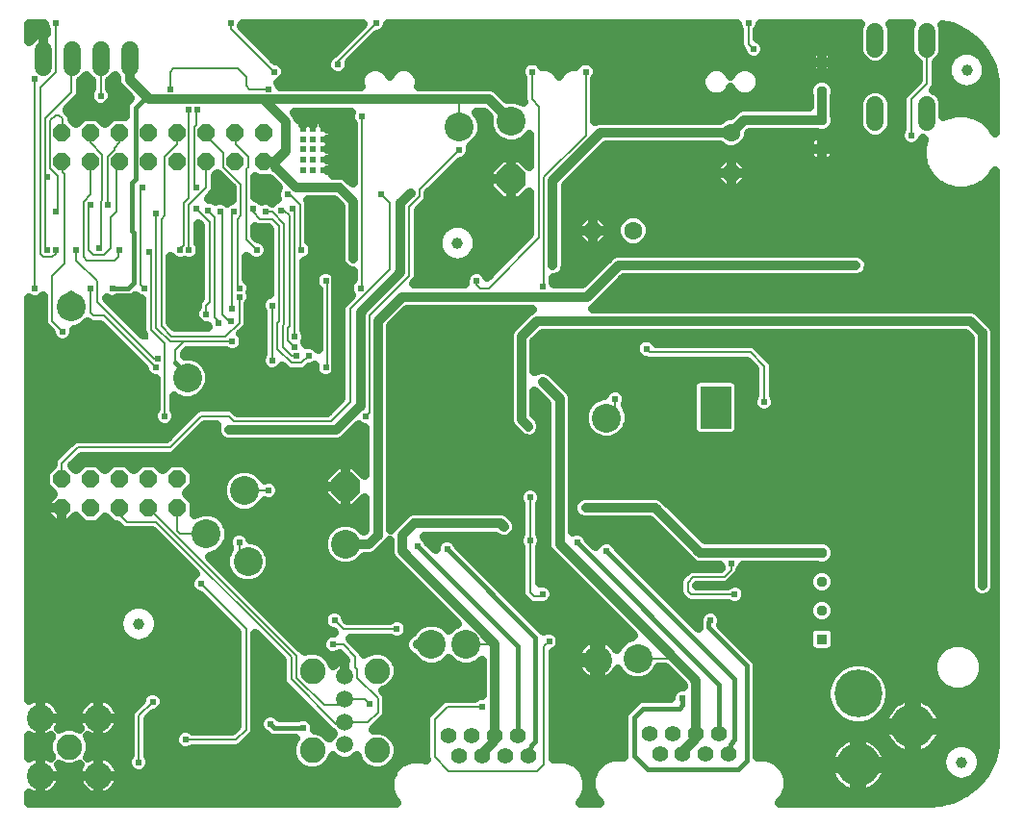
<source format=gbl>
G75*
%MOIN*%
%OFA0B0*%
%FSLAX24Y24*%
%IPPOS*%
%LPD*%
%AMOC8*
5,1,8,0,0,1.08239X$1,22.5*
%
%ADD10C,0.0240*%
%ADD11C,0.1000*%
%ADD12OC8,0.1000*%
%ADD13C,0.1660*%
%ADD14C,0.1502*%
%ADD15C,0.0630*%
%ADD16OC8,0.0630*%
%ADD17C,0.0591*%
%ADD18C,0.0886*%
%ADD19C,0.0472*%
%ADD20R,0.1063X0.1457*%
%ADD21C,0.0394*%
%ADD22OC8,0.0600*%
%ADD23C,0.0600*%
%ADD24C,0.0555*%
%ADD25C,0.0945*%
%ADD26R,0.0378X0.0378*%
%ADD27C,0.0378*%
%ADD28C,0.0320*%
%ADD29C,0.0320*%
%ADD30C,0.0080*%
%ADD31C,0.0160*%
%ADD32C,0.0356*%
D10*
X007940Y007607D03*
X010280Y007727D03*
X010280Y008687D03*
X010280Y009587D03*
X008120Y009527D03*
X008120Y011987D03*
X012200Y011747D03*
X013400Y011087D03*
X013940Y010007D03*
X014720Y012527D03*
X015740Y014327D03*
X019100Y016907D03*
X021320Y016247D03*
X022820Y016187D03*
X025040Y015047D03*
X024800Y014087D03*
X023900Y013067D03*
X024800Y012587D03*
X026420Y012527D03*
X027440Y012227D03*
X028820Y012167D03*
X030560Y011027D03*
X031040Y009827D03*
X031880Y010727D03*
X031760Y011807D03*
X036860Y011687D03*
X031580Y016727D03*
X031220Y016727D03*
X030860Y016727D03*
X030860Y017747D03*
X031220Y017747D03*
X031580Y017747D03*
X032900Y017387D03*
X028880Y018587D03*
X028820Y019247D03*
X027740Y017507D03*
X025220Y018107D03*
X025220Y021407D03*
X025580Y022127D03*
X022940Y021587D03*
X020660Y024647D03*
X019640Y024587D03*
X018320Y025427D03*
X018020Y025427D03*
X018020Y025787D03*
X018320Y025787D03*
X018320Y026147D03*
X018020Y026147D03*
X018020Y026507D03*
X018320Y026507D03*
X018320Y026867D03*
X018020Y026867D03*
X017639Y026856D03*
X017639Y026502D03*
X017639Y026148D03*
X017284Y026148D03*
X017284Y026502D03*
X016930Y026502D03*
X016930Y026856D03*
X017284Y026856D03*
X016930Y026148D03*
X016930Y025793D03*
X016930Y025439D03*
X017284Y025439D03*
X017284Y025793D03*
X017639Y025793D03*
X017639Y025439D03*
X016400Y024587D03*
X016580Y024107D03*
X016160Y024047D03*
X015620Y023987D03*
X015200Y024107D03*
X014540Y023987D03*
X014060Y023987D03*
X013640Y024047D03*
X013220Y024107D03*
X013220Y024827D03*
X014120Y024947D03*
X015620Y024887D03*
X015320Y022667D03*
X014720Y021347D03*
X014720Y021047D03*
X014480Y020627D03*
X014420Y020207D03*
X014000Y020147D03*
X013580Y020447D03*
X013280Y020147D03*
X012560Y020867D03*
X011420Y021347D03*
X010700Y020687D03*
X010340Y021347D03*
X009560Y021347D03*
X009080Y022667D03*
X008360Y022667D03*
X008060Y022667D03*
X008360Y023987D03*
X009560Y024227D03*
X010160Y024227D03*
X011360Y024827D03*
X011840Y023927D03*
X011600Y022607D03*
X010580Y022667D03*
X009860Y022727D03*
X007640Y021347D03*
X008600Y019847D03*
X011480Y019667D03*
X011900Y018887D03*
X011840Y018587D03*
X013040Y019067D03*
X014480Y019487D03*
X015860Y018827D03*
X016700Y019007D03*
X016640Y019307D03*
X016640Y019667D03*
X017120Y019007D03*
X017720Y018587D03*
X015860Y020747D03*
X017720Y021587D03*
X018680Y022367D03*
X018920Y021347D03*
X016880Y022667D03*
X012980Y022667D03*
X012680Y022667D03*
X008060Y025187D03*
X009260Y027647D03*
X009920Y028007D03*
X007640Y028607D03*
X008360Y030527D03*
X012320Y028247D03*
X012980Y027527D03*
X013280Y027527D03*
X015740Y028247D03*
X015920Y028847D03*
X017060Y029627D03*
X017120Y028427D03*
X018140Y029087D03*
X019460Y030527D03*
X018980Y027287D03*
X022340Y026147D03*
X024140Y026327D03*
X024860Y028847D03*
X026720Y028847D03*
X032360Y030527D03*
X032540Y029627D03*
X037640Y028787D03*
X039920Y028007D03*
X038000Y026627D03*
X026720Y013727D03*
X022880Y012407D03*
X021920Y012287D03*
X020900Y012407D03*
X018020Y009827D03*
X017960Y008987D03*
X017900Y008387D03*
X019220Y006947D03*
X016940Y006107D03*
X016400Y006647D03*
X015800Y006227D03*
X012860Y005687D03*
X011720Y007007D03*
X011240Y004907D03*
X020180Y009527D03*
X022760Y007787D03*
X023120Y006827D03*
X025460Y009107D03*
X025220Y010727D03*
X030080Y007127D03*
X011900Y016367D03*
X012140Y016907D03*
X011120Y016547D03*
X014420Y030527D03*
D11*
X022340Y026927D03*
X024143Y027115D03*
X012920Y018227D03*
X008900Y020687D03*
X014900Y014327D03*
X013580Y012827D03*
X015020Y011867D03*
X018404Y012464D03*
X021380Y008987D03*
X022580Y008987D03*
X027140Y008447D03*
X028520Y008507D03*
X027440Y016847D03*
D12*
X018404Y014464D03*
X024143Y025115D03*
D13*
X036160Y007282D03*
D14*
X038050Y006160D03*
X036160Y004821D03*
D15*
X028368Y023335D03*
X031760Y026727D03*
D16*
X031760Y025327D03*
X026968Y023335D03*
D17*
X018375Y007882D03*
X018375Y007094D03*
X018375Y006307D03*
X018375Y005520D03*
D18*
X017253Y005323D03*
X019497Y005323D03*
X019497Y008079D03*
X017253Y008079D03*
X008840Y005447D03*
D19*
X031220Y017207D03*
D20*
X031220Y017207D03*
D21*
X022280Y022907D03*
X011240Y009707D03*
X039740Y004907D03*
X039920Y028907D03*
D22*
X015580Y026727D03*
X014580Y026727D03*
X013580Y026727D03*
X012580Y026727D03*
X011580Y026727D03*
X010580Y026727D03*
X009580Y026727D03*
X008580Y026727D03*
X008580Y025727D03*
X009580Y025727D03*
X010580Y025727D03*
X011580Y025727D03*
X012580Y025727D03*
X013580Y025727D03*
X014580Y025727D03*
X015580Y025727D03*
X012580Y014727D03*
X011580Y014727D03*
X010580Y014727D03*
X010580Y013727D03*
X011580Y013727D03*
X012580Y013727D03*
X009580Y013727D03*
X008580Y013727D03*
X008580Y014727D03*
X009580Y014727D03*
D23*
X009920Y029007D02*
X009920Y029607D01*
X008920Y029607D02*
X008920Y029007D01*
X007920Y029007D02*
X007920Y029607D01*
X010920Y029607D02*
X010920Y029007D01*
X036750Y029647D02*
X036750Y030247D01*
X038530Y030247D02*
X038530Y029647D01*
X038530Y027687D02*
X038530Y027087D01*
X036750Y027087D02*
X036750Y027687D01*
D24*
X031340Y005888D03*
X030540Y005888D03*
X029741Y005888D03*
X028942Y005888D03*
X029285Y005187D03*
X030084Y005187D03*
X030883Y005187D03*
X031682Y005187D03*
X024722Y005127D03*
X024380Y005828D03*
X023580Y005828D03*
X023923Y005127D03*
X023124Y005127D03*
X022781Y005828D03*
X021982Y005828D03*
X022325Y005127D03*
D25*
X009840Y004447D03*
X007840Y004447D03*
X007840Y006447D03*
X009840Y006447D03*
D26*
X034902Y009176D03*
X034902Y026176D03*
D27*
X034902Y027176D03*
X034902Y028176D03*
X034902Y029176D03*
X034902Y012176D03*
X034902Y011176D03*
X034902Y010176D03*
D28*
X007440Y003833D02*
X007440Y003507D01*
X020179Y003507D01*
X020080Y003606D01*
X019940Y003944D01*
X019940Y004310D01*
X020080Y004648D01*
X020339Y004907D01*
X020677Y005047D01*
X021043Y005047D01*
X021197Y004983D01*
X021180Y005024D01*
X021180Y006471D01*
X021229Y006589D01*
X021319Y006679D01*
X021739Y007099D01*
X021856Y007147D01*
X022874Y007147D01*
X022893Y007167D01*
X023040Y007227D01*
X023140Y007227D01*
X023140Y008445D01*
X023022Y008326D01*
X022735Y008207D01*
X022425Y008207D01*
X022138Y008326D01*
X021980Y008484D01*
X021822Y008326D01*
X021535Y008207D01*
X021225Y008207D01*
X020938Y008326D01*
X020719Y008546D01*
X020708Y008571D01*
X020641Y008599D01*
X020512Y008728D01*
X020442Y008896D01*
X020442Y009079D01*
X020512Y009247D01*
X020641Y009376D01*
X020708Y009404D01*
X020719Y009429D01*
X020938Y009649D01*
X021225Y009767D01*
X021535Y009767D01*
X021822Y009649D01*
X021980Y009490D01*
X022138Y009649D01*
X022264Y009701D01*
X020111Y011854D01*
X019987Y011978D01*
X019920Y012140D01*
X019920Y012583D01*
X019893Y012518D01*
X019769Y012394D01*
X019466Y012091D01*
X019305Y012024D01*
X019066Y012024D01*
X019065Y012023D01*
X018845Y011803D01*
X018559Y011684D01*
X018248Y011684D01*
X017962Y011803D01*
X017742Y012023D01*
X017624Y012309D01*
X017624Y012620D01*
X017742Y012906D01*
X017962Y013126D01*
X018248Y013244D01*
X018559Y013244D01*
X018845Y013126D01*
X019051Y012920D01*
X019080Y012950D01*
X019080Y014066D01*
X018718Y013704D01*
X018404Y013704D01*
X018404Y014464D01*
X018404Y014464D01*
X018404Y013704D01*
X018089Y013704D01*
X017644Y014150D01*
X017644Y014464D01*
X018404Y014464D01*
X018404Y014464D01*
X018404Y014464D01*
X018404Y015224D01*
X018718Y015224D01*
X019080Y014863D01*
X019080Y016507D01*
X019020Y016507D01*
X018873Y016568D01*
X018858Y016583D01*
X018329Y016054D01*
X018168Y015987D01*
X014272Y015987D01*
X014111Y016054D01*
X013987Y016178D01*
X013920Y016340D01*
X013920Y016515D01*
X013950Y016587D01*
X013533Y016587D01*
X012501Y015556D01*
X012384Y015507D01*
X009273Y015507D01*
X008946Y015181D01*
X009080Y015048D01*
X009340Y015307D01*
X009820Y015307D01*
X010080Y015048D01*
X010340Y015307D01*
X010820Y015307D01*
X011080Y015048D01*
X011340Y015307D01*
X011820Y015307D01*
X012080Y015048D01*
X012340Y015307D01*
X012820Y015307D01*
X013160Y014968D01*
X013160Y014487D01*
X012900Y014227D01*
X013160Y013968D01*
X013160Y013498D01*
X013425Y013607D01*
X013735Y013607D01*
X014022Y013489D01*
X014241Y013269D01*
X014360Y012983D01*
X014360Y012704D01*
X014381Y012754D01*
X014493Y012867D01*
X014640Y012927D01*
X014800Y012927D01*
X014947Y012867D01*
X015059Y012754D01*
X015103Y012647D01*
X015175Y012647D01*
X015462Y012529D01*
X015681Y012309D01*
X015800Y012023D01*
X015800Y011712D01*
X015681Y011426D01*
X015462Y011206D01*
X015175Y011087D01*
X014865Y011087D01*
X014578Y011206D01*
X014359Y011426D01*
X014240Y011712D01*
X014240Y012023D01*
X014359Y012309D01*
X014372Y012322D01*
X014320Y012448D01*
X014320Y012576D01*
X014241Y012386D01*
X014022Y012166D01*
X013735Y012047D01*
X013713Y012047D01*
X016881Y008879D01*
X016881Y008879D01*
X016971Y008789D01*
X016987Y008751D01*
X017109Y008802D01*
X017397Y008802D01*
X017662Y008692D01*
X017866Y008488D01*
X017962Y008255D01*
X018013Y008305D01*
X018084Y008357D01*
X018162Y008396D01*
X018245Y008423D01*
X018331Y008437D01*
X018375Y008437D01*
X018375Y007882D01*
X018375Y007882D01*
X018375Y008437D01*
X018418Y008437D01*
X018197Y008658D01*
X018187Y008648D01*
X018040Y008587D01*
X017880Y008587D01*
X017733Y008648D01*
X017621Y008761D01*
X017560Y008908D01*
X017560Y009067D01*
X017621Y009214D01*
X017733Y009327D01*
X017880Y009387D01*
X018007Y009387D01*
X017967Y009427D01*
X017940Y009427D01*
X017793Y009488D01*
X017681Y009601D01*
X017620Y009748D01*
X017620Y009907D01*
X017681Y010054D01*
X017793Y010167D01*
X017940Y010227D01*
X018100Y010227D01*
X018247Y010167D01*
X018359Y010054D01*
X018420Y009907D01*
X018420Y009880D01*
X018453Y009847D01*
X019934Y009847D01*
X019953Y009867D01*
X020100Y009927D01*
X020260Y009927D01*
X020407Y009867D01*
X020519Y009754D01*
X020580Y009607D01*
X020580Y009448D01*
X020519Y009301D01*
X020407Y009188D01*
X020260Y009127D01*
X020100Y009127D01*
X019953Y009188D01*
X019934Y009207D01*
X018553Y009207D01*
X018591Y009169D01*
X018591Y009169D01*
X018921Y008839D01*
X018921Y008839D01*
X019011Y008749D01*
X019050Y008655D01*
X019087Y008692D01*
X019353Y008802D01*
X019641Y008802D01*
X019906Y008692D01*
X020110Y008488D01*
X020220Y008223D01*
X020220Y007935D01*
X020110Y007669D01*
X019906Y007466D01*
X019714Y007386D01*
X019791Y007309D01*
X019840Y007191D01*
X019840Y006584D01*
X019791Y006466D01*
X019371Y006046D01*
X019641Y006046D01*
X019906Y005936D01*
X020110Y005732D01*
X020220Y005467D01*
X020220Y005179D01*
X020110Y004913D01*
X019906Y004710D01*
X019641Y004600D01*
X019353Y004600D01*
X019087Y004710D01*
X018884Y004913D01*
X018796Y005127D01*
X018701Y005032D01*
X018489Y004944D01*
X018260Y004944D01*
X018049Y005032D01*
X017954Y005127D01*
X017866Y004913D01*
X017662Y004710D01*
X017397Y004600D01*
X017109Y004600D01*
X016843Y004710D01*
X016640Y004913D01*
X016530Y005179D01*
X016530Y005467D01*
X016640Y005732D01*
X016655Y005747D01*
X015848Y005747D01*
X015716Y005802D01*
X015670Y005848D01*
X015573Y005888D01*
X015461Y006001D01*
X015400Y006148D01*
X015400Y006307D01*
X015461Y006454D01*
X015573Y006567D01*
X015720Y006627D01*
X015880Y006627D01*
X016027Y006567D01*
X016126Y006467D01*
X016764Y006467D01*
X016860Y006507D01*
X017020Y006507D01*
X017167Y006447D01*
X017279Y006334D01*
X017340Y006187D01*
X017340Y006046D01*
X017397Y006046D01*
X017662Y005936D01*
X017848Y005750D01*
X017887Y005846D01*
X017955Y005913D01*
X017922Y005947D01*
X017899Y005956D01*
X017809Y006046D01*
X016249Y007606D01*
X016200Y007724D01*
X016200Y008435D01*
X015280Y009355D01*
X015280Y005984D01*
X015231Y005866D01*
X015141Y005776D01*
X014781Y005416D01*
X014664Y005367D01*
X013106Y005367D01*
X013087Y005348D01*
X012940Y005287D01*
X012780Y005287D01*
X012633Y005348D01*
X012521Y005461D01*
X012460Y005608D01*
X012460Y005767D01*
X012521Y005914D01*
X012633Y006027D01*
X012780Y006087D01*
X012940Y006087D01*
X013087Y006027D01*
X013106Y006007D01*
X014467Y006007D01*
X014640Y006180D01*
X014640Y009395D01*
X013347Y010687D01*
X013320Y010687D01*
X013173Y010748D01*
X013061Y010861D01*
X013000Y011008D01*
X013000Y011167D01*
X013061Y011314D01*
X013173Y011427D01*
X013198Y011437D01*
X011707Y012927D01*
X010756Y012927D01*
X010639Y012976D01*
X010549Y013066D01*
X010467Y013147D01*
X010340Y013147D01*
X010080Y013407D01*
X009820Y013147D01*
X009340Y013147D01*
X009066Y013421D01*
X008812Y013167D01*
X008580Y013167D01*
X008580Y013727D01*
X008580Y013727D01*
X008580Y013167D01*
X008348Y013167D01*
X008020Y013495D01*
X008020Y013727D01*
X008580Y013727D01*
X008580Y013727D01*
X008020Y013727D01*
X008020Y013959D01*
X008274Y014213D01*
X008000Y014487D01*
X008000Y014968D01*
X008260Y015228D01*
X008260Y015331D01*
X008309Y015449D01*
X008869Y016009D01*
X008959Y016099D01*
X009076Y016147D01*
X012187Y016147D01*
X013129Y017089D01*
X013219Y017179D01*
X013336Y017227D01*
X014424Y017227D01*
X014541Y017179D01*
X014673Y017047D01*
X017767Y017047D01*
X018240Y017520D01*
X018240Y020691D01*
X018289Y020809D01*
X018591Y021111D01*
X018581Y021121D01*
X018520Y021268D01*
X018520Y021427D01*
X018581Y021574D01*
X018660Y021653D01*
X018660Y021927D01*
X018592Y021927D01*
X018431Y021994D01*
X018307Y022118D01*
X018240Y022280D01*
X018240Y024165D01*
X018018Y024387D01*
X017100Y024387D01*
X017140Y024291D01*
X017140Y022973D01*
X017219Y022894D01*
X017280Y022747D01*
X017280Y022588D01*
X017219Y022441D01*
X017107Y022328D01*
X016960Y022268D01*
X016960Y019913D01*
X016979Y019894D01*
X017040Y019747D01*
X017040Y019588D01*
X016998Y019487D01*
X017033Y019404D01*
X017040Y019407D01*
X017200Y019407D01*
X017347Y019347D01*
X017459Y019234D01*
X017460Y019232D01*
X017460Y021282D01*
X017381Y021361D01*
X017320Y021508D01*
X017320Y021667D01*
X017381Y021814D01*
X017493Y021927D01*
X017640Y021987D01*
X017800Y021987D01*
X017947Y021927D01*
X018059Y021814D01*
X018120Y021667D01*
X018120Y021508D01*
X018100Y021460D01*
X018100Y018715D01*
X018120Y018667D01*
X018120Y018508D01*
X018059Y018361D01*
X017947Y018248D01*
X017800Y018187D01*
X017640Y018187D01*
X017493Y018248D01*
X017381Y018361D01*
X017320Y018508D01*
X017320Y018657D01*
X017200Y018607D01*
X017173Y018607D01*
X017151Y018586D01*
X017061Y018496D01*
X016944Y018447D01*
X016456Y018447D01*
X016339Y018496D01*
X016209Y018626D01*
X016199Y018601D01*
X016087Y018488D01*
X015940Y018427D01*
X015780Y018427D01*
X015633Y018488D01*
X015521Y018601D01*
X015460Y018748D01*
X015460Y018907D01*
X015521Y019054D01*
X015540Y019073D01*
X015540Y020502D01*
X015521Y020521D01*
X015460Y020668D01*
X015460Y020827D01*
X015521Y020974D01*
X015633Y021087D01*
X015780Y021147D01*
X015780Y023375D01*
X015727Y023427D01*
X015376Y023427D01*
X015280Y023467D01*
X015280Y023160D01*
X015373Y023067D01*
X015400Y023067D01*
X015547Y023007D01*
X015659Y022894D01*
X015720Y022747D01*
X015720Y022588D01*
X015659Y022441D01*
X015547Y022328D01*
X015400Y022267D01*
X015240Y022267D01*
X015093Y022328D01*
X014981Y022441D01*
X014980Y022443D01*
X014980Y021653D01*
X015059Y021574D01*
X015120Y021427D01*
X015120Y021268D01*
X015091Y021197D01*
X015120Y021127D01*
X015120Y020968D01*
X015059Y020821D01*
X015040Y020802D01*
X015040Y020084D01*
X014991Y019966D01*
X014779Y019754D01*
X014819Y019714D01*
X014880Y019567D01*
X014880Y019408D01*
X014819Y019261D01*
X014707Y019148D01*
X014560Y019087D01*
X014400Y019087D01*
X014253Y019148D01*
X014234Y019167D01*
X012933Y019167D01*
X012820Y019055D01*
X012820Y019007D01*
X013075Y019007D01*
X013362Y018889D01*
X013581Y018669D01*
X013700Y018383D01*
X013700Y018072D01*
X013581Y017786D01*
X013362Y017566D01*
X013075Y017447D01*
X012765Y017447D01*
X012478Y017566D01*
X012460Y017584D01*
X012460Y017153D01*
X012479Y017134D01*
X012540Y016987D01*
X012540Y016828D01*
X012479Y016681D01*
X012367Y016568D01*
X012220Y016507D01*
X012060Y016507D01*
X011913Y016568D01*
X011801Y016681D01*
X011740Y016828D01*
X011740Y016987D01*
X011801Y017134D01*
X011820Y017153D01*
X011820Y018187D01*
X011760Y018187D01*
X011613Y018248D01*
X011501Y018361D01*
X011440Y018508D01*
X011440Y018535D01*
X009907Y020067D01*
X009616Y020067D01*
X009499Y020116D01*
X009465Y020150D01*
X009342Y020026D01*
X009055Y019907D01*
X009000Y019907D01*
X009000Y019768D01*
X008939Y019621D01*
X008827Y019508D01*
X008680Y019447D01*
X008520Y019447D01*
X008373Y019508D01*
X008261Y019621D01*
X008200Y019768D01*
X008200Y019795D01*
X007969Y020026D01*
X007920Y020144D01*
X007920Y021062D01*
X007867Y021008D01*
X007720Y020947D01*
X007560Y020947D01*
X007440Y020997D01*
X007440Y007062D01*
X007515Y007106D01*
X007604Y007142D01*
X007697Y007167D01*
X007792Y007180D01*
X007840Y007180D01*
X007840Y006447D01*
X007840Y005715D01*
X007840Y006447D01*
X007840Y006447D01*
X007840Y006447D01*
X008572Y006447D01*
X008572Y006399D01*
X008560Y006304D01*
X008535Y006211D01*
X008498Y006123D01*
X008472Y006078D01*
X008696Y006170D01*
X008984Y006170D01*
X009208Y006078D01*
X009182Y006123D01*
X009145Y006211D01*
X009120Y006304D01*
X009108Y006399D01*
X009108Y006447D01*
X009840Y006447D01*
X009840Y005715D01*
X009888Y005715D01*
X009983Y005727D01*
X010076Y005752D01*
X010165Y005789D01*
X010248Y005837D01*
X010324Y005896D01*
X010392Y005963D01*
X010450Y006040D01*
X010498Y006123D01*
X010535Y006211D01*
X010560Y006304D01*
X010572Y006399D01*
X010572Y006447D01*
X009840Y006447D01*
X009840Y006447D01*
X009840Y005715D01*
X009792Y005715D01*
X009697Y005727D01*
X009604Y005752D01*
X009515Y005789D01*
X009470Y005815D01*
X009563Y005591D01*
X009563Y005304D01*
X009470Y005080D01*
X009515Y005106D01*
X009604Y005142D01*
X009697Y005167D01*
X009792Y005180D01*
X009840Y005180D01*
X009840Y004447D01*
X009840Y003715D01*
X009888Y003715D01*
X009983Y003727D01*
X010076Y003752D01*
X010165Y003789D01*
X010248Y003837D01*
X010324Y003896D01*
X010392Y003963D01*
X010450Y004040D01*
X010498Y004123D01*
X010535Y004211D01*
X010560Y004304D01*
X010572Y004399D01*
X010572Y004447D01*
X009840Y004447D01*
X009840Y004447D01*
X009840Y003715D01*
X009792Y003715D01*
X009697Y003727D01*
X009604Y003752D01*
X009515Y003789D01*
X009432Y003837D01*
X009356Y003896D01*
X009288Y003963D01*
X009230Y004040D01*
X009182Y004123D01*
X009145Y004211D01*
X009120Y004304D01*
X009108Y004399D01*
X009108Y004447D01*
X009840Y004447D01*
X009840Y004447D01*
X009840Y004447D01*
X010572Y004447D01*
X010572Y004495D01*
X010560Y004591D01*
X010535Y004683D01*
X010498Y004772D01*
X010450Y004855D01*
X010392Y004931D01*
X010324Y004999D01*
X010248Y005058D01*
X010165Y005106D01*
X010076Y005142D01*
X009983Y005167D01*
X009888Y005180D01*
X009840Y005180D01*
X009840Y004447D01*
X009108Y004447D01*
X009108Y004495D01*
X009120Y004591D01*
X009145Y004683D01*
X009182Y004772D01*
X009208Y004817D01*
X008984Y004724D01*
X008696Y004724D01*
X008472Y004817D01*
X008498Y004772D01*
X008535Y004683D01*
X008560Y004591D01*
X008572Y004495D01*
X008572Y004447D01*
X007840Y004447D01*
X007840Y003715D01*
X007888Y003715D01*
X007983Y003727D01*
X008076Y003752D01*
X008165Y003789D01*
X008248Y003837D01*
X008324Y003896D01*
X008392Y003963D01*
X008450Y004040D01*
X008498Y004123D01*
X008535Y004211D01*
X008560Y004304D01*
X008572Y004399D01*
X008572Y004447D01*
X007840Y004447D01*
X007840Y004447D01*
X007840Y003715D01*
X007792Y003715D01*
X007697Y003727D01*
X007604Y003752D01*
X007515Y003789D01*
X007440Y003833D01*
X007440Y003546D02*
X020141Y003546D01*
X019973Y003864D02*
X010283Y003864D01*
X010523Y004183D02*
X019940Y004183D01*
X020019Y004501D02*
X010572Y004501D01*
X010471Y004820D02*
X010843Y004820D01*
X010840Y004828D02*
X010901Y004681D01*
X011013Y004568D01*
X011160Y004507D01*
X011320Y004507D01*
X011467Y004568D01*
X011579Y004681D01*
X011640Y004828D01*
X011640Y004987D01*
X011579Y005134D01*
X011560Y005153D01*
X011560Y006395D01*
X011773Y006607D01*
X011800Y006607D01*
X011947Y006668D01*
X012059Y006781D01*
X012120Y006928D01*
X012120Y007087D01*
X012059Y007234D01*
X011947Y007347D01*
X011800Y007407D01*
X011640Y007407D01*
X011493Y007347D01*
X011381Y007234D01*
X011320Y007087D01*
X011320Y007060D01*
X010969Y006709D01*
X010920Y006591D01*
X010920Y005153D01*
X010901Y005134D01*
X010840Y004987D01*
X010840Y004828D01*
X010905Y005138D02*
X010086Y005138D01*
X009840Y005138D02*
X009840Y005138D01*
X009594Y005138D02*
X009494Y005138D01*
X009563Y005457D02*
X010920Y005457D01*
X010920Y005775D02*
X010132Y005775D01*
X009840Y005775D02*
X009840Y005775D01*
X009548Y005775D02*
X009487Y005775D01*
X009198Y006094D02*
X009168Y006094D01*
X009108Y006412D02*
X008572Y006412D01*
X008572Y006447D02*
X008572Y006495D01*
X008560Y006591D01*
X008535Y006683D01*
X008498Y006772D01*
X008450Y006855D01*
X008392Y006931D01*
X008324Y006999D01*
X008248Y007058D01*
X008165Y007106D01*
X008076Y007142D01*
X007983Y007167D01*
X007888Y007180D01*
X007840Y007180D01*
X007840Y006447D01*
X009840Y006447D01*
X009840Y006447D01*
X009840Y006447D01*
X009108Y006447D01*
X009108Y006495D01*
X009120Y006591D01*
X009145Y006683D01*
X009182Y006772D01*
X009230Y006855D01*
X009288Y006931D01*
X009356Y006999D01*
X009432Y007058D01*
X009515Y007106D01*
X009604Y007142D01*
X009697Y007167D01*
X009792Y007180D01*
X009840Y007180D01*
X009840Y006447D01*
X010572Y006447D01*
X010572Y006495D01*
X010560Y006591D01*
X010535Y006683D01*
X010498Y006772D01*
X010450Y006855D01*
X010392Y006931D01*
X010324Y006999D01*
X010248Y007058D01*
X010165Y007106D01*
X010076Y007142D01*
X009983Y007167D01*
X009888Y007180D01*
X009840Y007180D01*
X009840Y006447D01*
X009840Y006447D01*
X009840Y006412D02*
X009840Y006412D01*
X009840Y006094D02*
X009840Y006094D01*
X010482Y006094D02*
X010920Y006094D01*
X010920Y006412D02*
X010572Y006412D01*
X010515Y006731D02*
X010991Y006731D01*
X011309Y007049D02*
X010259Y007049D01*
X009840Y007049D02*
X009840Y007049D01*
X009840Y006731D02*
X009840Y006731D01*
X009421Y007049D02*
X008259Y007049D01*
X008515Y006731D02*
X009165Y006731D01*
X008572Y006447D02*
X007840Y006447D01*
X007840Y006447D01*
X007840Y006412D02*
X007840Y006412D01*
X007840Y006094D02*
X007840Y006094D01*
X007840Y005775D02*
X007840Y005775D01*
X007840Y005715D02*
X007792Y005715D01*
X007697Y005727D01*
X007604Y005752D01*
X007515Y005789D01*
X007440Y005833D01*
X007440Y005062D01*
X007515Y005106D01*
X007604Y005142D01*
X007697Y005167D01*
X007792Y005180D01*
X007840Y005180D01*
X007840Y004447D01*
X007840Y004447D01*
X007840Y004447D01*
X007840Y005180D01*
X007888Y005180D01*
X007983Y005167D01*
X008076Y005142D01*
X008165Y005106D01*
X008210Y005080D01*
X008117Y005304D01*
X008117Y005591D01*
X008210Y005815D01*
X008165Y005789D01*
X008076Y005752D01*
X007983Y005727D01*
X007888Y005715D01*
X007840Y005715D01*
X008132Y005775D02*
X008193Y005775D01*
X008117Y005457D02*
X007440Y005457D01*
X007440Y005775D02*
X007548Y005775D01*
X007594Y005138D02*
X007440Y005138D01*
X007840Y005138D02*
X007840Y005138D01*
X008086Y005138D02*
X008186Y005138D01*
X007840Y004820D02*
X007840Y004820D01*
X007840Y004501D02*
X007840Y004501D01*
X007840Y004183D02*
X007840Y004183D01*
X007840Y003864D02*
X007840Y003864D01*
X008283Y003864D02*
X009397Y003864D01*
X009157Y004183D02*
X008523Y004183D01*
X008572Y004501D02*
X009108Y004501D01*
X009840Y004501D02*
X009840Y004501D01*
X009840Y004447D02*
X009840Y004447D01*
X009840Y004183D02*
X009840Y004183D01*
X009840Y003864D02*
X009840Y003864D01*
X009840Y004820D02*
X009840Y004820D01*
X011575Y005138D02*
X016547Y005138D01*
X016530Y005457D02*
X014822Y005457D01*
X015141Y005775D02*
X015781Y005775D01*
X015422Y006094D02*
X015280Y006094D01*
X015280Y006412D02*
X015444Y006412D01*
X015280Y006731D02*
X017124Y006731D01*
X017201Y006412D02*
X017442Y006412D01*
X017340Y006094D02*
X017761Y006094D01*
X017823Y005775D02*
X017858Y005775D01*
X017772Y004820D02*
X018977Y004820D01*
X020016Y004820D02*
X020252Y004820D01*
X020203Y005138D02*
X021180Y005138D01*
X021180Y005457D02*
X020220Y005457D01*
X020067Y005775D02*
X021180Y005775D01*
X021180Y006094D02*
X019419Y006094D01*
X019738Y006412D02*
X021180Y006412D01*
X021371Y006731D02*
X019840Y006731D01*
X019840Y007049D02*
X021689Y007049D01*
X023140Y007368D02*
X019732Y007368D01*
X020117Y007686D02*
X023140Y007686D01*
X023140Y008005D02*
X020220Y008005D01*
X020178Y008323D02*
X020945Y008323D01*
X020598Y008642D02*
X019956Y008642D01*
X020442Y008960D02*
X018800Y008960D01*
X018213Y008642D02*
X018171Y008642D01*
X018038Y008323D02*
X017934Y008323D01*
X017749Y008642D02*
X017712Y008642D01*
X017560Y008960D02*
X016800Y008960D01*
X016481Y009279D02*
X017686Y009279D01*
X017684Y009597D02*
X016163Y009597D01*
X015844Y009916D02*
X017624Y009916D01*
X018416Y009916D02*
X020073Y009916D01*
X020287Y009916D02*
X022049Y009916D01*
X022087Y009597D02*
X021873Y009597D01*
X021731Y010234D02*
X015526Y010234D01*
X015207Y010553D02*
X021412Y010553D01*
X021094Y010871D02*
X014889Y010871D01*
X014617Y011190D02*
X014570Y011190D01*
X014324Y011508D02*
X014252Y011508D01*
X014240Y011827D02*
X013933Y011827D01*
X013972Y012145D02*
X014291Y012145D01*
X014274Y012464D02*
X014320Y012464D01*
X014360Y012782D02*
X014409Y012782D01*
X014311Y013101D02*
X017937Y013101D01*
X017691Y012782D02*
X015031Y012782D01*
X015527Y012464D02*
X017624Y012464D01*
X017691Y012145D02*
X015749Y012145D01*
X015800Y011827D02*
X017938Y011827D01*
X018404Y012464D02*
X019217Y012464D01*
X019520Y012767D01*
X019520Y020207D01*
X020360Y021047D01*
X026780Y021047D01*
X027860Y022127D01*
X036080Y022127D01*
X036469Y022337D02*
X040914Y022337D01*
X040914Y022019D02*
X036511Y022019D01*
X036520Y022040D02*
X036520Y022215D01*
X036453Y022377D01*
X036329Y022500D01*
X036168Y022567D01*
X027772Y022567D01*
X027611Y022500D01*
X027487Y022377D01*
X026598Y021487D01*
X025620Y021487D01*
X025600Y021535D01*
X025600Y021687D01*
X025668Y021687D01*
X025829Y021754D01*
X025953Y021878D01*
X026020Y022040D01*
X026020Y024885D01*
X027422Y026287D01*
X031359Y026287D01*
X031423Y026223D01*
X031642Y026132D01*
X031878Y026132D01*
X032097Y026223D01*
X032264Y026390D01*
X032355Y026609D01*
X032355Y026700D01*
X032391Y026736D01*
X034739Y026736D01*
X034809Y026707D01*
X034996Y026707D01*
X035168Y026778D01*
X035300Y026910D01*
X035371Y027083D01*
X035371Y027269D01*
X035342Y027339D01*
X035342Y028013D01*
X035371Y028083D01*
X035371Y028269D01*
X035300Y028442D01*
X035168Y028574D01*
X034996Y028645D01*
X034809Y028645D01*
X034637Y028574D01*
X034505Y028442D01*
X034433Y028269D01*
X034433Y028083D01*
X034462Y028013D01*
X034462Y027616D01*
X032121Y027616D01*
X031959Y027549D01*
X031733Y027322D01*
X031642Y027322D01*
X031423Y027232D01*
X031359Y027167D01*
X027152Y027167D01*
X027040Y027121D01*
X027040Y028602D01*
X027059Y028621D01*
X027120Y028768D01*
X027120Y028927D01*
X027059Y029074D01*
X026947Y029187D01*
X026800Y029247D01*
X026640Y029247D01*
X026493Y029187D01*
X026381Y029074D01*
X026362Y029029D01*
X026191Y029029D01*
X025994Y028947D01*
X025844Y028797D01*
X025806Y028705D01*
X025768Y028797D01*
X025617Y028947D01*
X025420Y029029D01*
X025218Y029029D01*
X025199Y029074D01*
X025087Y029187D01*
X024940Y029247D01*
X024780Y029247D01*
X024633Y029187D01*
X024521Y029074D01*
X024460Y028927D01*
X024460Y028768D01*
X024521Y028621D01*
X024540Y028602D01*
X024540Y027824D01*
X024555Y027789D01*
X024299Y027895D01*
X023988Y027895D01*
X023986Y027894D01*
X023620Y028260D01*
X023458Y028327D01*
X020929Y028327D01*
X020954Y028386D01*
X020954Y028600D01*
X020872Y028797D01*
X020722Y028947D01*
X020525Y029029D01*
X020311Y029029D01*
X020114Y028947D01*
X019964Y028797D01*
X019926Y028705D01*
X019888Y028797D01*
X019737Y028947D01*
X019540Y029029D01*
X019327Y029029D01*
X019130Y028947D01*
X018979Y028797D01*
X018898Y028600D01*
X018898Y028386D01*
X018922Y028327D01*
X016140Y028327D01*
X016079Y028474D01*
X016075Y028478D01*
X016147Y028508D01*
X016259Y028621D01*
X016320Y028768D01*
X016320Y028927D01*
X016259Y029074D01*
X016147Y029187D01*
X016000Y029247D01*
X015973Y029247D01*
X014806Y030414D01*
X014820Y030448D01*
X014820Y030506D01*
X018987Y030506D01*
X017959Y029479D01*
X017869Y029389D01*
X017864Y029377D01*
X017801Y029314D01*
X017740Y029167D01*
X017740Y029008D01*
X017801Y028861D01*
X017913Y028748D01*
X018060Y028687D01*
X018220Y028687D01*
X018367Y028748D01*
X018479Y028861D01*
X018540Y029008D01*
X018540Y029155D01*
X019513Y030127D01*
X019540Y030127D01*
X019687Y030188D01*
X019799Y030301D01*
X019860Y030448D01*
X019860Y030506D01*
X031960Y030506D01*
X031960Y030448D01*
X032021Y030301D01*
X032040Y030282D01*
X032040Y029744D01*
X032089Y029626D01*
X032140Y029575D01*
X032140Y029548D01*
X032201Y029401D01*
X032313Y029288D01*
X032460Y029227D01*
X032620Y029227D01*
X032767Y029288D01*
X032879Y029401D01*
X032940Y029548D01*
X032940Y029707D01*
X032879Y029854D01*
X032767Y029967D01*
X032680Y030002D01*
X032680Y030282D01*
X032699Y030301D01*
X032760Y030448D01*
X032760Y030506D01*
X036230Y030506D01*
X036170Y030363D01*
X036170Y029532D01*
X036258Y029319D01*
X036421Y029156D01*
X036635Y029067D01*
X036865Y029067D01*
X037079Y029156D01*
X037242Y029319D01*
X037330Y029532D01*
X037330Y030363D01*
X037270Y030506D01*
X038010Y030506D01*
X037950Y030363D01*
X037950Y029532D01*
X038038Y029319D01*
X038201Y029156D01*
X038220Y029148D01*
X038220Y028560D01*
X037819Y028159D01*
X037729Y028069D01*
X037680Y027951D01*
X037680Y026873D01*
X037661Y026854D01*
X037600Y026707D01*
X037600Y026548D01*
X037661Y026401D01*
X037773Y026288D01*
X037920Y026227D01*
X038080Y026227D01*
X038227Y026288D01*
X038339Y026401D01*
X038388Y026518D01*
X038415Y026507D01*
X038426Y026507D01*
X038355Y026241D01*
X038355Y025883D01*
X038448Y025536D01*
X038627Y025225D01*
X038881Y024972D01*
X039192Y024792D01*
X039538Y024699D01*
X039897Y024699D01*
X040244Y024792D01*
X040554Y024972D01*
X040808Y025225D01*
X040914Y025409D01*
X040914Y005727D01*
X040900Y005479D01*
X040790Y004994D01*
X040574Y004546D01*
X040264Y004158D01*
X039875Y003848D01*
X039427Y003632D01*
X038943Y003521D01*
X038694Y003507D01*
X033441Y003507D01*
X033600Y003666D01*
X033740Y004004D01*
X033740Y004370D01*
X033600Y004708D01*
X033341Y004967D01*
X033003Y005107D01*
X032660Y005107D01*
X032660Y008339D01*
X032605Y008471D01*
X031407Y009669D01*
X031440Y009748D01*
X031440Y009907D01*
X031379Y010054D01*
X031267Y010167D01*
X031120Y010227D01*
X030960Y010227D01*
X030813Y010167D01*
X030701Y010054D01*
X030640Y009907D01*
X030640Y009887D01*
X030620Y009839D01*
X030620Y009557D01*
X027819Y012357D01*
X027779Y012454D01*
X027667Y012567D01*
X027520Y012627D01*
X027360Y012627D01*
X027213Y012567D01*
X027101Y012454D01*
X027072Y012384D01*
X026799Y012657D01*
X026759Y012754D01*
X026647Y012867D01*
X026500Y012927D01*
X026340Y012927D01*
X026260Y012894D01*
X026260Y017595D01*
X026193Y017757D01*
X025469Y018480D01*
X025308Y018547D01*
X025132Y018547D01*
X024971Y018480D01*
X024940Y018450D01*
X024940Y019485D01*
X025222Y019767D01*
X039858Y019767D01*
X040020Y019605D01*
X040020Y010940D01*
X040087Y010778D01*
X040211Y010654D01*
X040372Y010587D01*
X040548Y010587D01*
X040709Y010654D01*
X040833Y010778D01*
X040900Y010940D01*
X040900Y019875D01*
X040833Y020037D01*
X040709Y020160D01*
X040413Y020457D01*
X040289Y020580D01*
X040128Y020647D01*
X026964Y020647D01*
X027029Y020674D01*
X028042Y021687D01*
X036168Y021687D01*
X036329Y021754D01*
X036453Y021878D01*
X036520Y022040D01*
X036199Y021700D02*
X040914Y021700D01*
X040914Y021382D02*
X027737Y021382D01*
X027418Y021063D02*
X040914Y021063D01*
X040914Y020745D02*
X027100Y020745D01*
X026811Y021700D02*
X025699Y021700D01*
X025580Y022127D02*
X025580Y025067D01*
X027240Y026727D01*
X031760Y026727D01*
X032209Y027176D01*
X034902Y027176D01*
X034902Y028176D01*
X034483Y028389D02*
X032774Y028389D01*
X032774Y028386D02*
X032692Y028190D01*
X032542Y028039D01*
X032345Y027957D01*
X032131Y027957D01*
X031934Y028039D01*
X031784Y028190D01*
X031746Y028281D01*
X031708Y028190D01*
X031557Y028039D01*
X031360Y027957D01*
X031147Y027957D01*
X030950Y028039D01*
X030799Y028190D01*
X030718Y028386D01*
X030718Y028600D01*
X030799Y028797D01*
X030950Y028947D01*
X031147Y029029D01*
X031360Y029029D01*
X031557Y028947D01*
X031708Y028797D01*
X031746Y028705D01*
X031784Y028797D01*
X031934Y028947D01*
X032131Y029029D01*
X032345Y029029D01*
X032542Y028947D01*
X032692Y028797D01*
X032774Y028600D01*
X032774Y028386D01*
X032729Y028707D02*
X038220Y028707D01*
X038220Y029026D02*
X035326Y029026D01*
X035318Y029004D02*
X035340Y029071D01*
X035351Y029141D01*
X035351Y029176D01*
X034902Y029176D01*
X034453Y029176D01*
X034453Y029141D01*
X034464Y029071D01*
X034486Y029004D01*
X034518Y028941D01*
X034560Y028884D01*
X034610Y028834D01*
X034667Y028792D01*
X034730Y028760D01*
X034797Y028738D01*
X034867Y028727D01*
X034902Y028727D01*
X034902Y029176D01*
X034902Y029176D01*
X034453Y029176D01*
X034453Y029211D01*
X034464Y029281D01*
X034486Y029348D01*
X034518Y029411D01*
X034560Y029469D01*
X034610Y029519D01*
X034667Y029560D01*
X034730Y029592D01*
X034797Y029614D01*
X034867Y029625D01*
X034902Y029625D01*
X034902Y029176D01*
X034902Y029176D01*
X034902Y029176D01*
X035271Y029176D01*
X035600Y028847D01*
X035600Y026874D01*
X034902Y026176D01*
X034453Y026176D01*
X034453Y025961D01*
X034463Y025911D01*
X034483Y025864D01*
X034511Y025821D01*
X034548Y025785D01*
X034590Y025757D01*
X034638Y025737D01*
X034688Y025727D01*
X034902Y025727D01*
X034902Y026176D01*
X034902Y026176D01*
X034453Y026176D01*
X034453Y026391D01*
X034463Y026441D01*
X034483Y026488D01*
X034511Y026531D01*
X034548Y026567D01*
X034590Y026595D01*
X034638Y026615D01*
X034688Y026625D01*
X034902Y026625D01*
X034902Y026176D01*
X034902Y026176D01*
X034902Y026176D01*
X034902Y025727D01*
X035117Y025727D01*
X035167Y025737D01*
X035214Y025757D01*
X035257Y025785D01*
X035293Y025821D01*
X035322Y025864D01*
X035341Y025911D01*
X035351Y025961D01*
X035351Y026176D01*
X034902Y026176D01*
X034902Y026625D01*
X035117Y026625D01*
X035167Y026615D01*
X035214Y026595D01*
X035257Y026567D01*
X035293Y026531D01*
X035322Y026488D01*
X035341Y026441D01*
X035351Y026391D01*
X035351Y026176D01*
X034902Y026176D01*
X034902Y026176D01*
X034902Y026159D02*
X034902Y026159D01*
X034902Y025841D02*
X034902Y025841D01*
X034498Y025841D02*
X032060Y025841D01*
X031998Y025902D02*
X032335Y025566D01*
X032335Y025327D01*
X031760Y025327D01*
X031760Y024752D01*
X031760Y025327D01*
X031760Y025327D01*
X031185Y025327D01*
X031185Y025089D01*
X031522Y024752D01*
X031760Y024752D01*
X031998Y024752D01*
X032335Y025089D01*
X032335Y025327D01*
X031760Y025327D01*
X031760Y025327D01*
X031760Y025327D01*
X031185Y025327D01*
X031185Y025566D01*
X031522Y025902D01*
X031760Y025902D01*
X031760Y025327D01*
X031760Y025327D01*
X031760Y025902D01*
X031998Y025902D01*
X031760Y025841D02*
X031760Y025841D01*
X031460Y025841D02*
X026976Y025841D01*
X027294Y026159D02*
X031576Y026159D01*
X031944Y026159D02*
X034453Y026159D01*
X034479Y026478D02*
X032301Y026478D01*
X032335Y025522D02*
X038456Y025522D01*
X038366Y025841D02*
X035306Y025841D01*
X035351Y026159D02*
X038355Y026159D01*
X038371Y026478D02*
X038418Y026478D01*
X037629Y026478D02*
X035326Y026478D01*
X035186Y026796D02*
X036243Y026796D01*
X036258Y026759D02*
X036421Y026596D01*
X036635Y026507D01*
X036865Y026507D01*
X037079Y026596D01*
X037242Y026759D01*
X037330Y026972D01*
X037330Y027803D01*
X037242Y028016D01*
X037079Y028179D01*
X036865Y028267D01*
X036635Y028267D01*
X036421Y028179D01*
X036258Y028016D01*
X036170Y027803D01*
X036170Y026972D01*
X036258Y026759D01*
X036170Y027115D02*
X035371Y027115D01*
X035342Y027433D02*
X036170Y027433D01*
X036170Y027752D02*
X035342Y027752D01*
X035366Y028070D02*
X036313Y028070D01*
X037187Y028070D02*
X037730Y028070D01*
X037680Y027752D02*
X037330Y027752D01*
X037330Y027433D02*
X037680Y027433D01*
X037680Y027115D02*
X037330Y027115D01*
X037257Y026796D02*
X037637Y026796D01*
X039110Y027285D02*
X039110Y027803D01*
X039022Y028016D01*
X038859Y028179D01*
X038778Y028213D01*
X038811Y028246D01*
X038860Y028364D01*
X038860Y029157D01*
X039022Y029319D01*
X039110Y029532D01*
X039110Y030363D01*
X039068Y030464D01*
X039427Y030382D01*
X039875Y030166D01*
X040264Y029856D01*
X040574Y029468D01*
X040790Y029020D01*
X040900Y028535D01*
X040914Y028286D01*
X040914Y026715D01*
X040808Y026899D01*
X040554Y027152D01*
X040244Y027332D01*
X039897Y027425D01*
X039538Y027425D01*
X039192Y027332D01*
X039110Y027285D01*
X039110Y027433D02*
X040914Y027433D01*
X040914Y027115D02*
X040592Y027115D01*
X040867Y026796D02*
X040914Y026796D01*
X040914Y027752D02*
X039110Y027752D01*
X038967Y028070D02*
X040914Y028070D01*
X040908Y028389D02*
X040395Y028389D01*
X040398Y028391D02*
X040412Y028414D01*
X040414Y028415D01*
X040437Y028430D01*
X040456Y028458D01*
X040480Y028482D01*
X040491Y028507D01*
X040492Y028508D01*
X040512Y028527D01*
X040526Y028557D01*
X040546Y028585D01*
X040551Y028612D01*
X040552Y028614D01*
X040569Y028635D01*
X040578Y028668D01*
X040592Y028699D01*
X040593Y028726D01*
X040594Y028728D01*
X040606Y028752D01*
X040609Y028786D01*
X040618Y028819D01*
X040614Y028846D01*
X040615Y028848D01*
X040623Y028874D01*
X040620Y028907D01*
X040623Y028941D01*
X040615Y028967D01*
X040614Y028969D01*
X040618Y028996D01*
X040609Y029029D01*
X040606Y029063D01*
X040594Y029087D01*
X040593Y029089D01*
X040592Y029116D01*
X040578Y029147D01*
X040569Y029180D01*
X040552Y029201D01*
X040551Y029203D01*
X040546Y029229D01*
X040526Y029257D01*
X040512Y029288D01*
X040492Y029307D01*
X040491Y029308D01*
X040480Y029333D01*
X040456Y029357D01*
X040437Y029385D01*
X040414Y029400D01*
X040412Y029401D01*
X040398Y029424D01*
X040370Y029444D01*
X040346Y029468D01*
X040321Y029478D01*
X040319Y029479D01*
X040301Y029499D01*
X040270Y029514D01*
X040242Y029533D01*
X040215Y029539D01*
X040214Y029540D01*
X040192Y029556D01*
X040159Y029565D01*
X040129Y029579D01*
X040101Y029581D01*
X040100Y029581D01*
X040075Y029594D01*
X040042Y029597D01*
X040009Y029605D01*
X039982Y029602D01*
X039980Y029602D01*
X039954Y029610D01*
X039920Y029607D01*
X039886Y029610D01*
X039860Y029602D01*
X039858Y029602D01*
X039831Y029605D01*
X039798Y029597D01*
X039765Y029594D01*
X039740Y029581D01*
X039739Y029581D01*
X039711Y029579D01*
X039681Y029565D01*
X039648Y029556D01*
X039626Y029540D01*
X039625Y029539D01*
X039598Y029533D01*
X039570Y029514D01*
X039539Y029499D01*
X039521Y029479D01*
X039519Y029478D01*
X039494Y029468D01*
X039470Y029444D01*
X039442Y029424D01*
X039428Y029401D01*
X039426Y029400D01*
X039403Y029385D01*
X039384Y029357D01*
X039360Y029333D01*
X039349Y029308D01*
X039348Y029307D01*
X039328Y029288D01*
X039314Y029257D01*
X039294Y029229D01*
X039289Y029203D01*
X039288Y029201D01*
X039271Y029180D01*
X039262Y029147D01*
X039248Y029116D01*
X039247Y029089D01*
X039246Y029087D01*
X039234Y029063D01*
X039231Y029029D01*
X039222Y028996D01*
X039226Y028969D01*
X039225Y028967D01*
X039217Y028941D01*
X039220Y028907D01*
X039217Y028874D01*
X039225Y028848D01*
X039226Y028846D01*
X039222Y028819D01*
X039231Y028786D01*
X039234Y028752D01*
X039246Y028728D01*
X039247Y028726D01*
X039248Y028699D01*
X039262Y028668D01*
X039271Y028635D01*
X039288Y028614D01*
X039289Y028612D01*
X039294Y028585D01*
X039314Y028557D01*
X039328Y028527D01*
X039348Y028508D01*
X039349Y028507D01*
X039360Y028482D01*
X039384Y028458D01*
X039403Y028430D01*
X039426Y028415D01*
X039428Y028414D01*
X039442Y028391D01*
X039470Y028371D01*
X039494Y028347D01*
X039519Y028337D01*
X039521Y028336D01*
X039539Y028316D01*
X039570Y028301D01*
X039598Y028282D01*
X039625Y028276D01*
X039626Y028275D01*
X039648Y028259D01*
X039681Y028250D01*
X039711Y028235D01*
X039739Y028234D01*
X039740Y028234D01*
X039765Y028221D01*
X039798Y028218D01*
X039831Y028209D01*
X039858Y028213D01*
X039860Y028213D01*
X039886Y028205D01*
X039920Y028208D01*
X039954Y028205D01*
X039980Y028213D01*
X039982Y028213D01*
X040009Y028209D01*
X040042Y028218D01*
X040075Y028221D01*
X040100Y028234D01*
X040101Y028234D01*
X040129Y028235D01*
X040159Y028250D01*
X040192Y028259D01*
X040214Y028275D01*
X040215Y028276D01*
X040242Y028282D01*
X040270Y028301D01*
X040301Y028316D01*
X040319Y028336D01*
X040321Y028337D01*
X040346Y028347D01*
X040370Y028371D01*
X040398Y028391D01*
X040592Y028707D02*
X040861Y028707D01*
X040787Y029026D02*
X040610Y029026D01*
X040633Y029344D02*
X040469Y029344D01*
X040418Y029663D02*
X039110Y029663D01*
X039110Y029981D02*
X040107Y029981D01*
X039598Y030300D02*
X039110Y030300D01*
X039032Y029344D02*
X039371Y029344D01*
X039230Y029026D02*
X038860Y029026D01*
X038860Y028707D02*
X039248Y028707D01*
X039445Y028389D02*
X038860Y028389D01*
X038049Y028389D02*
X035322Y028389D01*
X035138Y028792D02*
X035195Y028834D01*
X035245Y028884D01*
X035286Y028941D01*
X035318Y029004D01*
X035351Y029176D02*
X035351Y029211D01*
X035340Y029281D01*
X035318Y029348D01*
X035286Y029411D01*
X035245Y029469D01*
X035195Y029519D01*
X035138Y029560D01*
X035075Y029592D01*
X035007Y029614D01*
X034938Y029625D01*
X034902Y029625D01*
X034902Y029176D01*
X034902Y028727D01*
X034938Y028727D01*
X035007Y028738D01*
X035075Y028760D01*
X035138Y028792D01*
X034902Y029026D02*
X034902Y029026D01*
X034902Y029176D02*
X034902Y029176D01*
X035351Y029176D01*
X035320Y029344D02*
X036248Y029344D01*
X036170Y029663D02*
X032940Y029663D01*
X032823Y029344D02*
X034485Y029344D01*
X034479Y029026D02*
X032352Y029026D01*
X032124Y029026D02*
X031368Y029026D01*
X031140Y029026D02*
X027079Y029026D01*
X027095Y028707D02*
X030762Y028707D01*
X030718Y028389D02*
X027040Y028389D01*
X027040Y028070D02*
X030918Y028070D01*
X031589Y028070D02*
X031903Y028070D01*
X031844Y027433D02*
X027040Y027433D01*
X027040Y027752D02*
X034462Y027752D01*
X034439Y028070D02*
X032573Y028070D01*
X031747Y028707D02*
X031745Y028707D01*
X032257Y029344D02*
X018730Y029344D01*
X018540Y029026D02*
X019320Y029026D01*
X019548Y029026D02*
X020304Y029026D01*
X020532Y029026D02*
X024501Y029026D01*
X024485Y028707D02*
X020909Y028707D01*
X020954Y028389D02*
X024540Y028389D01*
X024540Y028070D02*
X023810Y028070D01*
X023371Y027887D02*
X024143Y027115D01*
X023363Y027115D02*
X023107Y027115D01*
X023120Y027083D02*
X023001Y027369D01*
X022923Y027447D01*
X023188Y027447D01*
X023364Y027272D01*
X023363Y027270D01*
X023363Y026959D01*
X023482Y026673D01*
X023702Y026453D01*
X023988Y026335D01*
X024299Y026335D01*
X024585Y026453D01*
X024780Y026648D01*
X024780Y025553D01*
X024458Y025875D01*
X024143Y025875D01*
X023829Y025875D01*
X023383Y025429D01*
X023383Y025115D01*
X024143Y025115D01*
X024143Y025115D01*
X024143Y025875D01*
X024143Y025115D01*
X024143Y025115D01*
X023383Y025115D01*
X023383Y024800D01*
X023829Y024355D01*
X024143Y024355D01*
X024143Y025115D01*
X024143Y025115D01*
X024143Y024355D01*
X024458Y024355D01*
X024780Y024676D01*
X024780Y023220D01*
X023307Y021747D01*
X023279Y021814D01*
X023167Y021927D01*
X023020Y021987D01*
X022860Y021987D01*
X022713Y021927D01*
X022601Y021814D01*
X022540Y021667D01*
X022540Y021508D01*
X022548Y021487D01*
X020773Y021487D01*
X020871Y021586D01*
X020920Y021704D01*
X020920Y024035D01*
X021231Y024346D01*
X021280Y024464D01*
X021280Y024635D01*
X022393Y025747D01*
X022420Y025747D01*
X022567Y025808D01*
X022679Y025921D01*
X022740Y026068D01*
X022740Y026227D01*
X022732Y026246D01*
X022782Y026266D01*
X023001Y026486D01*
X023120Y026772D01*
X023120Y027083D01*
X023120Y026796D02*
X023431Y026796D01*
X023677Y026478D02*
X022994Y026478D01*
X022740Y026159D02*
X024780Y026159D01*
X024780Y025841D02*
X024492Y025841D01*
X024143Y025841D02*
X024143Y025841D01*
X024143Y025522D02*
X024143Y025522D01*
X024143Y025204D02*
X024143Y025204D01*
X024143Y024885D02*
X024143Y024885D01*
X024143Y024567D02*
X024143Y024567D01*
X024671Y024567D02*
X024780Y024567D01*
X024780Y024248D02*
X021134Y024248D01*
X021280Y024567D02*
X023616Y024567D01*
X023383Y024885D02*
X021531Y024885D01*
X021849Y025204D02*
X023383Y025204D01*
X023476Y025522D02*
X022168Y025522D01*
X022599Y025841D02*
X023795Y025841D01*
X024610Y026478D02*
X024780Y026478D01*
X023202Y027433D02*
X022937Y027433D01*
X023371Y027887D02*
X022340Y027887D01*
X015560Y027887D01*
X016340Y027107D01*
X016340Y026087D01*
X015980Y025727D01*
X015980Y025547D01*
X016700Y024827D01*
X018200Y024827D01*
X018680Y024347D01*
X018680Y022367D01*
X018240Y022337D02*
X017116Y022337D01*
X016960Y022019D02*
X018406Y022019D01*
X018660Y021700D02*
X018106Y021700D01*
X018100Y021382D02*
X018520Y021382D01*
X018543Y021063D02*
X018100Y021063D01*
X018100Y020745D02*
X018262Y020745D01*
X018240Y020426D02*
X018100Y020426D01*
X018100Y020108D02*
X018240Y020108D01*
X018240Y019789D02*
X018100Y019789D01*
X018100Y019471D02*
X018240Y019471D01*
X018240Y019152D02*
X018100Y019152D01*
X018100Y018834D02*
X018240Y018834D01*
X018240Y018515D02*
X018120Y018515D01*
X018080Y018467D02*
X018080Y024227D01*
X018020Y024287D01*
X018157Y024248D02*
X017140Y024248D01*
X017140Y023930D02*
X018240Y023930D01*
X018240Y023611D02*
X017140Y023611D01*
X017140Y023293D02*
X018240Y023293D01*
X018240Y022974D02*
X017140Y022974D01*
X017280Y022656D02*
X018240Y022656D01*
X017334Y021700D02*
X016960Y021700D01*
X016960Y021382D02*
X017372Y021382D01*
X017460Y021063D02*
X016960Y021063D01*
X016960Y020745D02*
X017460Y020745D01*
X017460Y020426D02*
X016960Y020426D01*
X016960Y020108D02*
X017460Y020108D01*
X017460Y019789D02*
X017022Y019789D01*
X017005Y019471D02*
X017460Y019471D01*
X017320Y018515D02*
X017081Y018515D01*
X016319Y018515D02*
X016114Y018515D01*
X015606Y018515D02*
X013645Y018515D01*
X013700Y018197D02*
X017617Y018197D01*
X017823Y018197D02*
X018240Y018197D01*
X018240Y017878D02*
X013620Y017878D01*
X013347Y017560D02*
X018240Y017560D01*
X017961Y017241D02*
X012460Y017241D01*
X012460Y017560D02*
X012493Y017560D01*
X012540Y016923D02*
X012963Y016923D01*
X012644Y016604D02*
X012403Y016604D01*
X012326Y016286D02*
X007440Y016286D01*
X007440Y016604D02*
X011877Y016604D01*
X011740Y016923D02*
X007440Y016923D01*
X007440Y017241D02*
X011820Y017241D01*
X011820Y017560D02*
X007440Y017560D01*
X007440Y017878D02*
X011820Y017878D01*
X011737Y018197D02*
X007440Y018197D01*
X007440Y018515D02*
X011440Y018515D01*
X011141Y018834D02*
X007440Y018834D01*
X007440Y019152D02*
X010822Y019152D01*
X010504Y019471D02*
X008736Y019471D01*
X008464Y019471D02*
X007440Y019471D01*
X007440Y019789D02*
X008200Y019789D01*
X007935Y020108D02*
X007440Y020108D01*
X007440Y020426D02*
X007920Y020426D01*
X007920Y020745D02*
X007440Y020745D01*
X009000Y019789D02*
X010185Y019789D01*
X009519Y020108D02*
X009424Y020108D01*
X010375Y020745D02*
X011340Y020745D01*
X011340Y020948D02*
X011340Y019844D01*
X011385Y019735D01*
X010120Y021000D01*
X010120Y021006D01*
X010260Y020947D01*
X010420Y020947D01*
X010516Y020987D01*
X010952Y020987D01*
X011084Y021042D01*
X011122Y021080D01*
X011193Y021008D01*
X011340Y020948D01*
X011138Y021063D02*
X011105Y021063D01*
X011340Y020426D02*
X010694Y020426D01*
X011012Y020108D02*
X011340Y020108D01*
X011331Y019789D02*
X011363Y019789D01*
X012340Y020160D02*
X012340Y022443D01*
X012341Y022441D01*
X012453Y022328D01*
X012600Y022267D01*
X012760Y022267D01*
X012830Y022297D01*
X012900Y022267D01*
X013060Y022267D01*
X013207Y022328D01*
X013319Y022441D01*
X013380Y022588D01*
X013380Y022747D01*
X013319Y022894D01*
X013300Y022913D01*
X013300Y023575D01*
X013380Y023495D01*
X013380Y021000D01*
X013309Y020929D01*
X013260Y020811D01*
X013260Y020693D01*
X013241Y020674D01*
X013180Y020527D01*
X013180Y020368D01*
X013241Y020221D01*
X013353Y020108D01*
X013500Y020047D01*
X013608Y020047D01*
X013633Y019987D01*
X012513Y019987D01*
X012340Y020160D01*
X012392Y020108D02*
X013354Y020108D01*
X013180Y020426D02*
X012340Y020426D01*
X012340Y020745D02*
X013260Y020745D01*
X013380Y021063D02*
X012340Y021063D01*
X012340Y021382D02*
X013380Y021382D01*
X013380Y021700D02*
X012340Y021700D01*
X012340Y022019D02*
X013380Y022019D01*
X013380Y022337D02*
X013216Y022337D01*
X013380Y022656D02*
X013380Y022656D01*
X013380Y022974D02*
X013300Y022974D01*
X013300Y023293D02*
X013380Y023293D01*
X013899Y024354D02*
X013867Y024387D01*
X013720Y024447D01*
X013653Y024447D01*
X013761Y024556D01*
X013851Y024646D01*
X013900Y024764D01*
X013900Y025227D01*
X013974Y025301D01*
X013999Y025276D01*
X014460Y024815D01*
X014460Y024387D01*
X014313Y024327D01*
X014300Y024313D01*
X014287Y024327D01*
X014140Y024387D01*
X013980Y024387D01*
X013899Y024354D01*
X013772Y024567D02*
X014460Y024567D01*
X014389Y024885D02*
X013900Y024885D01*
X013900Y025204D02*
X014071Y025204D01*
X015280Y025204D02*
X015283Y025204D01*
X015280Y025207D02*
X015340Y025147D01*
X015758Y025147D01*
X016076Y024829D01*
X016061Y024814D01*
X016000Y024667D01*
X016000Y024508D01*
X016033Y024428D01*
X015933Y024387D01*
X015860Y024313D01*
X015847Y024327D01*
X015700Y024387D01*
X015540Y024387D01*
X015502Y024371D01*
X015427Y024447D01*
X015280Y024507D01*
X015280Y025207D01*
X015280Y024885D02*
X016020Y024885D01*
X016000Y024567D02*
X015280Y024567D01*
X015580Y025727D02*
X015980Y025727D01*
X016930Y026994D02*
X016930Y027236D01*
X016930Y026994D01*
X016930Y026994D01*
X016930Y027115D02*
X016930Y027115D01*
X016930Y027236D02*
X016892Y027236D01*
X016819Y027222D01*
X016776Y027204D01*
X016713Y027357D01*
X016622Y027447D01*
X018613Y027447D01*
X018580Y027367D01*
X018580Y027208D01*
X018641Y027061D01*
X018660Y027042D01*
X018660Y024990D01*
X018573Y025077D01*
X018449Y025200D01*
X018288Y025267D01*
X017979Y025267D01*
X018004Y025328D01*
X018019Y025401D01*
X018019Y025439D01*
X018019Y025476D01*
X018004Y025550D01*
X017977Y025616D01*
X018004Y025682D01*
X018019Y025756D01*
X018019Y025793D01*
X017776Y025793D01*
X017776Y025793D01*
X017776Y025793D01*
X018019Y025793D01*
X018019Y025831D01*
X018004Y025904D01*
X017977Y025970D01*
X018004Y026037D01*
X018019Y026110D01*
X018019Y026148D01*
X018019Y026185D01*
X018004Y026258D01*
X017977Y026325D01*
X018004Y026391D01*
X018019Y026464D01*
X018019Y026502D01*
X018019Y026539D01*
X018004Y026613D01*
X017977Y026679D01*
X018004Y026745D01*
X018019Y026819D01*
X018019Y026856D01*
X017776Y026856D01*
X018019Y026856D01*
X018019Y026894D01*
X018004Y026967D01*
X017975Y027036D01*
X017934Y027098D01*
X017881Y027151D01*
X017819Y027193D01*
X017749Y027222D01*
X017676Y027236D01*
X017639Y027236D01*
X017639Y026994D01*
X017639Y027236D01*
X017601Y027236D01*
X017528Y027222D01*
X017461Y027194D01*
X017395Y027222D01*
X017322Y027236D01*
X017284Y027236D01*
X017247Y027236D01*
X017173Y027222D01*
X017107Y027194D01*
X017041Y027222D01*
X016967Y027236D01*
X016930Y027236D01*
X016636Y027433D02*
X018608Y027433D01*
X018618Y027115D02*
X017917Y027115D01*
X017639Y027115D02*
X017639Y027115D01*
X017639Y026994D02*
X017639Y026994D01*
X017776Y026856D02*
X017776Y026856D01*
X018014Y026796D02*
X018660Y026796D01*
X018660Y026478D02*
X018019Y026478D01*
X018019Y026502D02*
X017776Y026502D01*
X017776Y026502D01*
X017776Y026502D01*
X018019Y026502D01*
X018019Y026159D02*
X018660Y026159D01*
X018660Y025841D02*
X018017Y025841D01*
X018019Y026148D02*
X017776Y026148D01*
X018019Y026148D01*
X017776Y026148D02*
X017776Y026148D01*
X017776Y026148D01*
X018009Y025522D02*
X018660Y025522D01*
X018660Y025204D02*
X018441Y025204D01*
X018573Y025077D02*
X018573Y025077D01*
X018019Y025439D02*
X017776Y025439D01*
X017776Y025439D01*
X018019Y025439D01*
X017284Y026994D02*
X017284Y026994D01*
X017284Y027236D01*
X017284Y026994D01*
X017284Y026994D01*
X017284Y027115D02*
X017284Y027115D01*
X016114Y028389D02*
X018898Y028389D01*
X018942Y028707D02*
X018268Y028707D01*
X018012Y028707D02*
X016295Y028707D01*
X016279Y029026D02*
X017740Y029026D01*
X017831Y029344D02*
X015876Y029344D01*
X015557Y029663D02*
X018143Y029663D01*
X017959Y029479D02*
X017959Y029479D01*
X018461Y029981D02*
X015239Y029981D01*
X014920Y030300D02*
X018780Y030300D01*
X019048Y029663D02*
X032073Y029663D01*
X032040Y029981D02*
X019367Y029981D01*
X019798Y030300D02*
X032022Y030300D01*
X032698Y030300D02*
X036170Y030300D01*
X036170Y029981D02*
X032731Y029981D01*
X034902Y029344D02*
X034902Y029344D01*
X037252Y029344D02*
X038028Y029344D01*
X037950Y029663D02*
X037330Y029663D01*
X037330Y029981D02*
X037950Y029981D01*
X037950Y030300D02*
X037330Y030300D01*
X034902Y026478D02*
X034902Y026478D01*
X032335Y025204D02*
X038649Y025204D01*
X039030Y024885D02*
X032131Y024885D01*
X031760Y024885D02*
X031760Y024885D01*
X031760Y025204D02*
X031760Y025204D01*
X031760Y025522D02*
X031760Y025522D01*
X031185Y025522D02*
X026657Y025522D01*
X026339Y025204D02*
X031185Y025204D01*
X031389Y024885D02*
X026020Y024885D01*
X026020Y024567D02*
X040914Y024567D01*
X040914Y024885D02*
X040405Y024885D01*
X040787Y025204D02*
X040914Y025204D01*
X040914Y024248D02*
X026020Y024248D01*
X026020Y023930D02*
X028248Y023930D01*
X028249Y023930D02*
X028031Y023840D01*
X027863Y023672D01*
X027773Y023454D01*
X027773Y023217D01*
X027863Y022998D01*
X028031Y022831D01*
X028249Y022740D01*
X028486Y022740D01*
X028705Y022831D01*
X028872Y022998D01*
X028963Y023217D01*
X028963Y023454D01*
X028872Y023672D01*
X028705Y023840D01*
X028486Y023930D01*
X028249Y023930D01*
X028487Y023930D02*
X040914Y023930D01*
X040914Y023611D02*
X028897Y023611D01*
X028963Y023293D02*
X040914Y023293D01*
X040914Y022974D02*
X028848Y022974D01*
X027887Y022974D02*
X027420Y022974D01*
X027543Y023097D02*
X027543Y023335D01*
X026968Y023335D01*
X026968Y022760D01*
X027206Y022760D01*
X027543Y023097D01*
X027543Y023293D02*
X027773Y023293D01*
X027543Y023335D02*
X027543Y023574D01*
X027206Y023910D01*
X026968Y023910D01*
X026968Y023335D01*
X026968Y023335D01*
X026968Y023335D01*
X026968Y022760D01*
X026730Y022760D01*
X026393Y023097D01*
X026393Y023335D01*
X026968Y023335D01*
X027543Y023335D01*
X027505Y023611D02*
X027838Y023611D01*
X026968Y023611D02*
X026968Y023611D01*
X026968Y023335D02*
X026968Y023910D01*
X026730Y023910D01*
X026393Y023574D01*
X026393Y023335D01*
X026968Y023335D01*
X026968Y023335D01*
X026968Y023335D01*
X026968Y023293D02*
X026968Y023293D01*
X026968Y022974D02*
X026968Y022974D01*
X026516Y022974D02*
X026020Y022974D01*
X026020Y022656D02*
X040914Y022656D01*
X040914Y020426D02*
X040443Y020426D01*
X040413Y020457D02*
X040413Y020457D01*
X040709Y020160D02*
X040709Y020160D01*
X040762Y020108D02*
X040914Y020108D01*
X040900Y019789D02*
X040914Y019789D01*
X040900Y019471D02*
X040914Y019471D01*
X040900Y019152D02*
X040914Y019152D01*
X040900Y018834D02*
X040914Y018834D01*
X040900Y018515D02*
X040914Y018515D01*
X040900Y018197D02*
X040914Y018197D01*
X040900Y017878D02*
X040914Y017878D01*
X040900Y017560D02*
X040914Y017560D01*
X040900Y017241D02*
X040914Y017241D01*
X040900Y016923D02*
X040914Y016923D01*
X040900Y016604D02*
X040914Y016604D01*
X040900Y016286D02*
X040914Y016286D01*
X040900Y015967D02*
X040914Y015967D01*
X040900Y015649D02*
X040914Y015649D01*
X040900Y015330D02*
X040914Y015330D01*
X040900Y015012D02*
X040914Y015012D01*
X040900Y014693D02*
X040914Y014693D01*
X040900Y014375D02*
X040914Y014375D01*
X040900Y014056D02*
X040914Y014056D01*
X040900Y013738D02*
X040914Y013738D01*
X040900Y013419D02*
X040914Y013419D01*
X040900Y013101D02*
X040914Y013101D01*
X040900Y012782D02*
X040914Y012782D01*
X040900Y012464D02*
X040914Y012464D01*
X040900Y012145D02*
X040914Y012145D01*
X040900Y011827D02*
X040914Y011827D01*
X040900Y011508D02*
X040914Y011508D01*
X040900Y011190D02*
X040914Y011190D01*
X040914Y010871D02*
X040872Y010871D01*
X040914Y010553D02*
X035189Y010553D01*
X035168Y010574D02*
X034996Y010645D01*
X034809Y010645D01*
X034637Y010574D01*
X034505Y010442D01*
X034433Y010269D01*
X034433Y010083D01*
X034505Y009910D01*
X034637Y009778D01*
X034809Y009707D01*
X034996Y009707D01*
X035168Y009778D01*
X035300Y009910D01*
X035371Y010083D01*
X035371Y010269D01*
X035300Y010442D01*
X035168Y010574D01*
X035168Y010778D02*
X035300Y010910D01*
X035371Y011083D01*
X035371Y011269D01*
X035300Y011442D01*
X035168Y011574D01*
X034996Y011645D01*
X034809Y011645D01*
X034637Y011574D01*
X034505Y011442D01*
X034433Y011269D01*
X034433Y011083D01*
X034505Y010910D01*
X034637Y010778D01*
X034809Y010707D01*
X034996Y010707D01*
X035168Y010778D01*
X035261Y010871D02*
X040048Y010871D01*
X040020Y011190D02*
X035371Y011190D01*
X035233Y011508D02*
X040020Y011508D01*
X040020Y011827D02*
X035216Y011827D01*
X035168Y011778D02*
X035300Y011910D01*
X035371Y012083D01*
X035371Y012269D01*
X035300Y012442D01*
X035168Y012574D01*
X034996Y012645D01*
X034809Y012645D01*
X034739Y012616D01*
X030854Y012616D01*
X029493Y013977D01*
X029369Y014100D01*
X029208Y014167D01*
X026632Y014167D01*
X026471Y014100D01*
X026347Y013977D01*
X026280Y013815D01*
X026280Y013640D01*
X026347Y013478D01*
X026471Y013354D01*
X026632Y013287D01*
X028938Y013287D01*
X030422Y011803D01*
X030584Y011736D01*
X031360Y011736D01*
X031360Y011728D01*
X031392Y011652D01*
X031387Y011647D01*
X030376Y011647D01*
X030259Y011599D01*
X030169Y011509D01*
X030169Y011509D01*
X030079Y011419D01*
X030079Y011419D01*
X029989Y011329D01*
X029940Y011211D01*
X029940Y010784D01*
X029989Y010666D01*
X030079Y010576D01*
X030109Y010546D01*
X030199Y010456D01*
X030316Y010407D01*
X031634Y010407D01*
X031653Y010388D01*
X031800Y010327D01*
X031960Y010327D01*
X032107Y010388D01*
X032219Y010501D01*
X032280Y010648D01*
X032280Y010807D01*
X032219Y010954D01*
X032107Y011067D01*
X031960Y011127D01*
X031800Y011127D01*
X031753Y011108D01*
X031941Y011296D01*
X032031Y011386D01*
X032080Y011504D01*
X032080Y011562D01*
X032099Y011581D01*
X032160Y011728D01*
X032160Y011736D01*
X034739Y011736D01*
X034809Y011707D01*
X034996Y011707D01*
X035168Y011778D01*
X035371Y012145D02*
X040020Y012145D01*
X040020Y012464D02*
X035278Y012464D01*
X034902Y012176D02*
X030671Y012176D01*
X029120Y013727D01*
X026720Y013727D01*
X026406Y013419D02*
X026260Y013419D01*
X026260Y013101D02*
X029124Y013101D01*
X029443Y012782D02*
X026731Y012782D01*
X026993Y012464D02*
X027111Y012464D01*
X027769Y012464D02*
X029761Y012464D01*
X030080Y012145D02*
X028031Y012145D01*
X028350Y011827D02*
X030398Y011827D01*
X030168Y011508D02*
X028668Y011508D01*
X028987Y011190D02*
X029940Y011190D01*
X029940Y010871D02*
X029305Y010871D01*
X029624Y010553D02*
X030102Y010553D01*
X030109Y010546D02*
X030109Y010546D01*
X030079Y010576D02*
X030079Y010576D01*
X029942Y010234D02*
X034433Y010234D01*
X034503Y009916D02*
X031436Y009916D01*
X031479Y009597D02*
X034550Y009597D01*
X034555Y009602D02*
X034476Y009524D01*
X034433Y009421D01*
X034433Y008931D01*
X034476Y008828D01*
X034555Y008750D01*
X034658Y008707D01*
X035147Y008707D01*
X035250Y008750D01*
X035329Y008828D01*
X035371Y008931D01*
X035371Y009421D01*
X035329Y009524D01*
X035250Y009602D01*
X035147Y009645D01*
X034658Y009645D01*
X034555Y009602D01*
X034433Y009279D02*
X031798Y009279D01*
X032116Y008960D02*
X034433Y008960D01*
X035371Y008960D02*
X039209Y008960D01*
X039126Y008926D02*
X038881Y008681D01*
X038749Y008361D01*
X038749Y008015D01*
X038881Y007695D01*
X039126Y007450D01*
X039446Y007317D01*
X039793Y007317D01*
X040112Y007450D01*
X040357Y007695D01*
X040490Y008015D01*
X040490Y008361D01*
X040357Y008681D01*
X040112Y008926D01*
X039793Y009059D01*
X039446Y009059D01*
X039126Y008926D01*
X038865Y008642D02*
X032435Y008642D01*
X032660Y008323D02*
X035759Y008323D01*
X035732Y008316D02*
X035478Y008170D01*
X035272Y007963D01*
X035126Y007710D01*
X035050Y007428D01*
X035050Y007136D01*
X035126Y006853D01*
X035272Y006600D01*
X035478Y006394D01*
X035732Y006247D01*
X036014Y006172D01*
X036306Y006172D01*
X036588Y006247D01*
X036842Y006394D01*
X037048Y006600D01*
X037194Y006853D01*
X037270Y007136D01*
X037270Y007428D01*
X037194Y007710D01*
X037048Y007963D01*
X036842Y008170D01*
X036588Y008316D01*
X036306Y008392D01*
X036014Y008392D01*
X035732Y008316D01*
X035314Y008005D02*
X032660Y008005D01*
X032660Y007686D02*
X035119Y007686D01*
X035050Y007368D02*
X032660Y007368D01*
X032660Y007049D02*
X035073Y007049D01*
X035196Y006731D02*
X032660Y006731D01*
X032660Y006412D02*
X035460Y006412D01*
X035772Y005757D02*
X035670Y005708D01*
X035574Y005647D01*
X035485Y005576D01*
X035405Y005496D01*
X035334Y005407D01*
X035274Y005311D01*
X035224Y005209D01*
X035187Y005101D01*
X035162Y004991D01*
X035155Y004937D01*
X036044Y004937D01*
X036044Y004706D01*
X035155Y004706D01*
X035162Y004651D01*
X035187Y004541D01*
X035224Y004434D01*
X035274Y004331D01*
X035334Y004235D01*
X035405Y004146D01*
X035485Y004066D01*
X035574Y003995D01*
X035670Y003935D01*
X035772Y003885D01*
X035880Y003848D01*
X035990Y003823D01*
X036044Y003817D01*
X036044Y004706D01*
X036276Y004706D01*
X036276Y004937D01*
X037165Y004937D01*
X037158Y004991D01*
X037133Y005101D01*
X037096Y005209D01*
X037046Y005311D01*
X036986Y005407D01*
X036915Y005496D01*
X036835Y005576D01*
X036746Y005647D01*
X036650Y005708D01*
X036548Y005757D01*
X036440Y005794D01*
X036330Y005820D01*
X036276Y005826D01*
X036276Y004937D01*
X036044Y004937D01*
X036044Y005826D01*
X035990Y005820D01*
X035880Y005794D01*
X035772Y005757D01*
X035826Y005775D02*
X032660Y005775D01*
X032660Y005457D02*
X035374Y005457D01*
X035200Y005138D02*
X032660Y005138D01*
X033488Y004820D02*
X036044Y004820D01*
X036276Y004820D02*
X039042Y004820D01*
X039042Y004819D02*
X039051Y004786D01*
X039054Y004752D01*
X039066Y004728D01*
X039067Y004726D01*
X039068Y004699D01*
X039082Y004668D01*
X039091Y004635D01*
X039108Y004614D01*
X039109Y004612D01*
X039114Y004585D01*
X039134Y004557D01*
X039148Y004527D01*
X039168Y004508D01*
X039169Y004507D01*
X039180Y004482D01*
X039204Y004458D01*
X039223Y004430D01*
X039246Y004415D01*
X039248Y004414D01*
X039262Y004391D01*
X039290Y004371D01*
X039314Y004347D01*
X039339Y004337D01*
X039341Y004336D01*
X039359Y004316D01*
X039390Y004301D01*
X039418Y004282D01*
X039445Y004276D01*
X039446Y004275D01*
X039468Y004259D01*
X039501Y004250D01*
X039531Y004235D01*
X039559Y004234D01*
X039560Y004234D01*
X039585Y004221D01*
X039618Y004218D01*
X039651Y004209D01*
X039678Y004213D01*
X039680Y004213D01*
X039706Y004205D01*
X039740Y004208D01*
X039774Y004205D01*
X039800Y004213D01*
X039802Y004213D01*
X039829Y004209D01*
X039862Y004218D01*
X039895Y004221D01*
X039920Y004234D01*
X039921Y004234D01*
X039949Y004235D01*
X039979Y004250D01*
X040012Y004259D01*
X040034Y004275D01*
X040035Y004276D01*
X040062Y004282D01*
X040090Y004301D01*
X040121Y004316D01*
X040139Y004336D01*
X040141Y004337D01*
X040166Y004347D01*
X040190Y004371D01*
X040218Y004391D01*
X040232Y004414D01*
X040234Y004415D01*
X040257Y004430D01*
X040276Y004458D01*
X040300Y004482D01*
X040311Y004507D01*
X040312Y004508D01*
X040332Y004527D01*
X040346Y004557D01*
X040366Y004585D01*
X040371Y004612D01*
X040372Y004614D01*
X040389Y004635D01*
X040398Y004668D01*
X040412Y004699D01*
X040413Y004726D01*
X040414Y004728D01*
X040426Y004752D01*
X040429Y004786D01*
X040438Y004819D01*
X040434Y004846D01*
X040435Y004848D01*
X040443Y004874D01*
X040440Y004907D01*
X040443Y004941D01*
X040435Y004967D01*
X040434Y004969D01*
X040438Y004996D01*
X040429Y005029D01*
X040426Y005063D01*
X040414Y005087D01*
X040413Y005089D01*
X040412Y005116D01*
X040398Y005147D01*
X040389Y005180D01*
X040372Y005201D01*
X040371Y005203D01*
X040366Y005229D01*
X040346Y005257D01*
X040332Y005288D01*
X040312Y005307D01*
X040311Y005308D01*
X040300Y005333D01*
X040276Y005357D01*
X040257Y005385D01*
X040234Y005400D01*
X040232Y005401D01*
X040218Y005424D01*
X040190Y005444D01*
X040166Y005468D01*
X040141Y005478D01*
X040139Y005479D01*
X040121Y005499D01*
X040090Y005514D01*
X040062Y005533D01*
X040035Y005539D01*
X040034Y005540D01*
X040012Y005556D01*
X039979Y005565D01*
X039949Y005579D01*
X039921Y005581D01*
X039920Y005581D01*
X039895Y005594D01*
X039862Y005597D01*
X039829Y005605D01*
X039802Y005602D01*
X039800Y005602D01*
X039774Y005610D01*
X039740Y005607D01*
X039706Y005610D01*
X039680Y005602D01*
X039678Y005602D01*
X039651Y005605D01*
X039618Y005597D01*
X039585Y005594D01*
X039560Y005581D01*
X039559Y005581D01*
X039531Y005579D01*
X039501Y005565D01*
X039468Y005556D01*
X039446Y005540D01*
X039445Y005539D01*
X039418Y005533D01*
X039390Y005514D01*
X039359Y005499D01*
X039341Y005479D01*
X039339Y005478D01*
X039314Y005468D01*
X039290Y005444D01*
X039262Y005424D01*
X039248Y005401D01*
X039246Y005400D01*
X039223Y005385D01*
X039204Y005357D01*
X039180Y005333D01*
X039169Y005308D01*
X039168Y005307D01*
X039148Y005288D01*
X039134Y005257D01*
X039114Y005229D01*
X039109Y005203D01*
X039108Y005201D01*
X039091Y005180D01*
X039082Y005147D01*
X039068Y005116D01*
X039067Y005089D01*
X039066Y005087D01*
X039054Y005063D01*
X039051Y005029D01*
X039042Y004996D01*
X039046Y004969D01*
X039045Y004967D01*
X039037Y004941D01*
X039040Y004907D01*
X039037Y004874D01*
X039045Y004848D01*
X039046Y004846D01*
X039042Y004819D01*
X039078Y005138D02*
X037120Y005138D01*
X036946Y005457D02*
X037323Y005457D01*
X037295Y005485D02*
X037375Y005405D01*
X037464Y005334D01*
X037560Y005273D01*
X037662Y005224D01*
X037769Y005186D01*
X037880Y005161D01*
X037934Y005155D01*
X037934Y006044D01*
X037045Y006044D01*
X037051Y005990D01*
X037077Y005879D01*
X037114Y005772D01*
X037163Y005670D01*
X037224Y005574D01*
X037295Y005485D01*
X037113Y005775D02*
X036494Y005775D01*
X036276Y005775D02*
X036044Y005775D01*
X036044Y005457D02*
X036276Y005457D01*
X036276Y005138D02*
X036044Y005138D01*
X036276Y004706D02*
X037165Y004706D01*
X037158Y004651D01*
X037133Y004541D01*
X037096Y004434D01*
X037046Y004331D01*
X036986Y004235D01*
X036915Y004146D01*
X036835Y004066D01*
X036746Y003995D01*
X036650Y003935D01*
X036548Y003885D01*
X036440Y003848D01*
X036330Y003823D01*
X036276Y003817D01*
X036276Y004706D01*
X036276Y004501D02*
X036044Y004501D01*
X036044Y004183D02*
X036276Y004183D01*
X036276Y003864D02*
X036044Y003864D01*
X035832Y003864D02*
X033682Y003864D01*
X033740Y004183D02*
X035376Y004183D01*
X035201Y004501D02*
X033685Y004501D01*
X033479Y003546D02*
X039050Y003546D01*
X039896Y003864D02*
X036488Y003864D01*
X036944Y004183D02*
X040284Y004183D01*
X040308Y004501D02*
X040538Y004501D01*
X040438Y004820D02*
X040706Y004820D01*
X040823Y005138D02*
X040402Y005138D01*
X040176Y005457D02*
X040895Y005457D01*
X040914Y005775D02*
X038987Y005775D01*
X038985Y005772D02*
X039023Y005879D01*
X039048Y005990D01*
X039054Y006044D01*
X038165Y006044D01*
X038165Y005155D01*
X038219Y005161D01*
X038330Y005186D01*
X038437Y005224D01*
X038540Y005273D01*
X038636Y005334D01*
X038725Y005405D01*
X038805Y005485D01*
X038876Y005574D01*
X038936Y005670D01*
X038985Y005772D01*
X038777Y005457D02*
X039304Y005457D01*
X038165Y005457D02*
X037934Y005457D01*
X037934Y005775D02*
X038165Y005775D01*
X038165Y006044D02*
X037934Y006044D01*
X037934Y006275D01*
X037045Y006275D01*
X037051Y006329D01*
X037077Y006440D01*
X037114Y006547D01*
X037163Y006650D01*
X037224Y006746D01*
X037295Y006835D01*
X037375Y006915D01*
X037464Y006986D01*
X037560Y007046D01*
X037662Y007095D01*
X037769Y007133D01*
X037880Y007158D01*
X037934Y007164D01*
X037934Y006275D01*
X038165Y006275D01*
X038165Y007164D01*
X038219Y007158D01*
X038330Y007133D01*
X038437Y007095D01*
X038540Y007046D01*
X038636Y006986D01*
X038725Y006915D01*
X038805Y006835D01*
X038876Y006746D01*
X038936Y006650D01*
X038985Y006547D01*
X039023Y006440D01*
X039048Y006329D01*
X039054Y006275D01*
X038165Y006275D01*
X038165Y006044D01*
X038165Y006094D02*
X040914Y006094D01*
X040914Y006412D02*
X039029Y006412D01*
X038885Y006731D02*
X040914Y006731D01*
X040914Y007049D02*
X038533Y007049D01*
X038165Y007049D02*
X037934Y007049D01*
X037934Y006731D02*
X038165Y006731D01*
X038165Y006412D02*
X037934Y006412D01*
X037934Y006094D02*
X032660Y006094D01*
X030540Y005888D02*
X030540Y007747D01*
X029630Y008657D01*
X025820Y012467D01*
X025820Y017507D01*
X025220Y018107D01*
X025055Y018515D02*
X024940Y018515D01*
X024940Y018834D02*
X028812Y018834D01*
X028780Y018847D02*
X028876Y018807D01*
X032287Y018807D01*
X032580Y018515D01*
X032580Y017633D01*
X032561Y017614D01*
X032500Y017467D01*
X032500Y017308D01*
X032561Y017161D01*
X032673Y017048D01*
X032820Y016987D01*
X032980Y016987D01*
X033127Y017048D01*
X033239Y017161D01*
X033300Y017308D01*
X033300Y017467D01*
X033239Y017614D01*
X033220Y017633D01*
X033220Y018711D01*
X033171Y018829D01*
X032691Y019309D01*
X032601Y019399D01*
X032484Y019447D01*
X029170Y019447D01*
X029159Y019474D01*
X029047Y019587D01*
X028900Y019647D01*
X028740Y019647D01*
X028593Y019587D01*
X028481Y019474D01*
X028420Y019327D01*
X028420Y019168D01*
X028481Y019021D01*
X028593Y018908D01*
X028740Y018847D01*
X028780Y018847D01*
X028426Y019152D02*
X024940Y019152D01*
X024940Y019471D02*
X028480Y019471D01*
X029160Y019471D02*
X040020Y019471D01*
X040020Y019152D02*
X032848Y019152D01*
X033166Y018834D02*
X040020Y018834D01*
X040020Y018515D02*
X033220Y018515D01*
X033220Y018197D02*
X040020Y018197D01*
X040020Y017878D02*
X033220Y017878D01*
X033261Y017560D02*
X040020Y017560D01*
X040020Y017241D02*
X033272Y017241D01*
X032528Y017241D02*
X032031Y017241D01*
X032031Y016923D02*
X040020Y016923D01*
X040020Y016604D02*
X032031Y016604D01*
X032031Y016423D02*
X032031Y017991D01*
X031989Y018094D01*
X031910Y018173D01*
X031807Y018216D01*
X030633Y018216D01*
X030530Y018173D01*
X030451Y018094D01*
X030409Y017991D01*
X030409Y016423D01*
X030451Y016320D01*
X030530Y016242D01*
X030633Y016199D01*
X031807Y016199D01*
X031910Y016242D01*
X031989Y016320D01*
X032031Y016423D01*
X031954Y016286D02*
X040020Y016286D01*
X040020Y015967D02*
X026260Y015967D01*
X026260Y015649D02*
X040020Y015649D01*
X040020Y015330D02*
X026260Y015330D01*
X026260Y015012D02*
X040020Y015012D01*
X040020Y014693D02*
X026260Y014693D01*
X026260Y014375D02*
X040020Y014375D01*
X040020Y014056D02*
X029413Y014056D01*
X029732Y013738D02*
X040020Y013738D01*
X040020Y013419D02*
X030050Y013419D01*
X030369Y013101D02*
X040020Y013101D01*
X040020Y012782D02*
X030687Y012782D01*
X032080Y011508D02*
X034571Y011508D01*
X034433Y011190D02*
X031835Y011190D01*
X031640Y011027D02*
X032300Y011687D01*
X036860Y011687D01*
X035371Y010234D02*
X040914Y010234D01*
X040914Y009916D02*
X035302Y009916D01*
X035255Y009597D02*
X040914Y009597D01*
X040914Y009279D02*
X035371Y009279D01*
X036561Y008323D02*
X038749Y008323D01*
X038753Y008005D02*
X037006Y008005D01*
X037201Y007686D02*
X038890Y007686D01*
X039324Y007368D02*
X037270Y007368D01*
X037247Y007049D02*
X037567Y007049D01*
X037214Y006731D02*
X037124Y006731D01*
X037070Y006412D02*
X036860Y006412D01*
X037119Y004501D02*
X039172Y004501D01*
X039914Y007368D02*
X040914Y007368D01*
X040914Y007686D02*
X040349Y007686D01*
X040486Y008005D02*
X040914Y008005D01*
X040914Y008323D02*
X040490Y008323D01*
X040374Y008642D02*
X040914Y008642D01*
X040914Y008960D02*
X040030Y008960D01*
X040460Y011027D02*
X040460Y019787D01*
X040040Y020207D01*
X025040Y020207D01*
X024500Y019667D01*
X024500Y016787D01*
X024740Y016547D01*
X024680Y016127D02*
X024320Y016127D01*
X023960Y016487D01*
X023960Y019547D01*
X023300Y020207D01*
X024127Y019917D02*
X024060Y019755D01*
X024060Y016700D01*
X024127Y016538D01*
X024367Y016298D01*
X024491Y016174D01*
X024652Y016107D01*
X024828Y016107D01*
X024989Y016174D01*
X025113Y016298D01*
X025180Y016460D01*
X025180Y016635D01*
X025113Y016797D01*
X024989Y016920D01*
X024940Y016970D01*
X024940Y017765D01*
X025380Y017325D01*
X025380Y012380D01*
X025447Y012218D01*
X025571Y012094D01*
X028378Y009287D01*
X028365Y009287D01*
X028078Y009169D01*
X027859Y008949D01*
X027804Y008817D01*
X027773Y008871D01*
X027713Y008950D01*
X027642Y009020D01*
X027563Y009081D01*
X027477Y009130D01*
X027385Y009169D01*
X027289Y009194D01*
X027230Y009202D01*
X027230Y008537D01*
X027050Y008537D01*
X027050Y008357D01*
X027230Y008357D01*
X027230Y007693D01*
X027289Y007700D01*
X027385Y007726D01*
X027477Y007764D01*
X027563Y007814D01*
X027642Y007875D01*
X027713Y007945D01*
X027773Y008024D01*
X027823Y008111D01*
X027832Y008131D01*
X027859Y008066D01*
X028078Y007846D01*
X028365Y007727D01*
X028675Y007727D01*
X028962Y007846D01*
X029181Y008066D01*
X029232Y008187D01*
X029478Y008187D01*
X030100Y007565D01*
X030100Y007527D01*
X030000Y007527D01*
X029853Y007467D01*
X029741Y007354D01*
X029680Y007207D01*
X029680Y007127D01*
X028628Y007127D01*
X028496Y007073D01*
X028196Y006773D01*
X028095Y006671D01*
X028040Y006539D01*
X028040Y005092D01*
X028003Y005107D01*
X027637Y005107D01*
X027299Y004967D01*
X027040Y004708D01*
X026900Y004370D01*
X026900Y004004D01*
X027040Y003666D01*
X027199Y003507D01*
X026541Y003507D01*
X026640Y003606D01*
X026780Y003944D01*
X026780Y004310D01*
X026640Y004648D01*
X026381Y004907D01*
X026043Y005047D01*
X025677Y005047D01*
X025600Y005015D01*
X025600Y008732D01*
X025687Y008768D01*
X025799Y008881D01*
X025860Y009028D01*
X025860Y009187D01*
X025799Y009334D01*
X025687Y009447D01*
X025540Y009507D01*
X025380Y009507D01*
X025259Y009457D01*
X022299Y012417D01*
X022259Y012514D01*
X022147Y012627D01*
X022000Y012687D01*
X021840Y012687D01*
X021693Y012627D01*
X021581Y012514D01*
X021520Y012367D01*
X021520Y012297D01*
X021279Y012537D01*
X021239Y012634D01*
X021127Y012747D01*
X021124Y012747D01*
X023598Y012747D01*
X023651Y012694D01*
X023812Y012627D01*
X023988Y012627D01*
X024149Y012694D01*
X024273Y012818D01*
X024340Y012980D01*
X024340Y013155D01*
X024273Y013317D01*
X024029Y013560D01*
X023868Y013627D01*
X020692Y013627D01*
X020531Y013560D01*
X020407Y013437D01*
X019987Y013017D01*
X019960Y012951D01*
X019960Y020025D01*
X020542Y020607D01*
X024856Y020607D01*
X024791Y020580D01*
X024251Y020040D01*
X024127Y019917D01*
X024074Y019789D02*
X019960Y019789D01*
X019960Y019471D02*
X024060Y019471D01*
X024060Y019152D02*
X019960Y019152D01*
X019960Y018834D02*
X024060Y018834D01*
X024060Y018515D02*
X019960Y018515D01*
X019960Y018197D02*
X024060Y018197D01*
X024060Y017878D02*
X019960Y017878D01*
X019960Y017560D02*
X024060Y017560D01*
X024060Y017241D02*
X019960Y017241D01*
X019960Y016923D02*
X024060Y016923D01*
X024100Y016604D02*
X019960Y016604D01*
X019960Y016286D02*
X024379Y016286D01*
X024680Y016127D02*
X025340Y015467D01*
X025340Y011507D01*
X025120Y011508D02*
X026157Y011508D01*
X026475Y011190D02*
X025120Y011190D01*
X025140Y011127D02*
X025120Y011119D01*
X025120Y012342D01*
X025139Y012361D01*
X025200Y012508D01*
X025200Y012667D01*
X025139Y012814D01*
X025120Y012833D01*
X025120Y013842D01*
X025139Y013861D01*
X025200Y014008D01*
X025200Y014167D01*
X025139Y014314D01*
X025027Y014427D01*
X024880Y014487D01*
X024720Y014487D01*
X024573Y014427D01*
X024461Y014314D01*
X024400Y014167D01*
X024400Y014008D01*
X024461Y013861D01*
X024480Y013842D01*
X024480Y012833D01*
X024461Y012814D01*
X024400Y012667D01*
X024400Y012508D01*
X024461Y012361D01*
X024480Y012342D01*
X024480Y010724D01*
X024529Y010606D01*
X024649Y010486D01*
X024739Y010396D01*
X024856Y010347D01*
X025092Y010347D01*
X025140Y010327D01*
X025300Y010327D01*
X025447Y010388D01*
X025559Y010501D01*
X025620Y010648D01*
X025620Y010807D01*
X025559Y010954D01*
X025447Y011067D01*
X025300Y011127D01*
X025140Y011127D01*
X025593Y010871D02*
X026794Y010871D01*
X027112Y010553D02*
X025581Y010553D01*
X024582Y010553D02*
X024164Y010553D01*
X024480Y010871D02*
X023845Y010871D01*
X023527Y011190D02*
X024480Y011190D01*
X024480Y011508D02*
X023208Y011508D01*
X022890Y011827D02*
X024480Y011827D01*
X024480Y012145D02*
X022571Y012145D01*
X022280Y012464D02*
X024418Y012464D01*
X024448Y012782D02*
X024237Y012782D01*
X024340Y013101D02*
X024480Y013101D01*
X024480Y013419D02*
X024170Y013419D01*
X023900Y013067D02*
X023780Y013187D01*
X020780Y013187D01*
X020360Y012767D01*
X020360Y012227D01*
X023450Y009137D01*
X023580Y009007D01*
X023580Y005828D01*
X023540Y005788D01*
X023540Y005627D01*
X023124Y005211D01*
X023124Y005127D01*
X023580Y005828D02*
X023580Y006148D01*
X025600Y006094D02*
X028040Y006094D01*
X028040Y006412D02*
X025600Y006412D01*
X025600Y006731D02*
X028154Y006731D01*
X028473Y007049D02*
X025600Y007049D01*
X025600Y007368D02*
X029755Y007368D01*
X029979Y007686D02*
X025600Y007686D01*
X025600Y008005D02*
X026522Y008005D01*
X026507Y008024D02*
X026567Y007945D01*
X026638Y007875D01*
X026717Y007814D01*
X026803Y007764D01*
X026895Y007726D01*
X026991Y007700D01*
X027050Y007693D01*
X027050Y008357D01*
X026385Y008357D01*
X026393Y008299D01*
X026419Y008203D01*
X026457Y008111D01*
X026507Y008024D01*
X026390Y008323D02*
X025600Y008323D01*
X025600Y008642D02*
X026405Y008642D01*
X026393Y008596D02*
X026385Y008537D01*
X027050Y008537D01*
X027050Y009202D01*
X026991Y009194D01*
X026895Y009169D01*
X026803Y009130D01*
X026717Y009081D01*
X026638Y009020D01*
X026567Y008950D01*
X026507Y008871D01*
X026457Y008784D01*
X026419Y008692D01*
X026393Y008596D01*
X026578Y008960D02*
X025832Y008960D01*
X025822Y009279D02*
X028344Y009279D01*
X028068Y009597D02*
X025119Y009597D01*
X024801Y009916D02*
X027749Y009916D01*
X027431Y010234D02*
X024482Y010234D01*
X025120Y011827D02*
X025838Y011827D01*
X025520Y012145D02*
X025120Y012145D01*
X025182Y012464D02*
X025380Y012464D01*
X025380Y012782D02*
X025152Y012782D01*
X025120Y013101D02*
X025380Y013101D01*
X025380Y013419D02*
X025120Y013419D01*
X025120Y013738D02*
X025380Y013738D01*
X025380Y014056D02*
X025200Y014056D01*
X025078Y014375D02*
X025380Y014375D01*
X025380Y014693D02*
X019960Y014693D01*
X019960Y014375D02*
X024522Y014375D01*
X024400Y014056D02*
X019960Y014056D01*
X019960Y013738D02*
X024480Y013738D01*
X025380Y015012D02*
X019960Y015012D01*
X019960Y015330D02*
X025380Y015330D01*
X025380Y015649D02*
X019960Y015649D01*
X019960Y015967D02*
X025380Y015967D01*
X025380Y016286D02*
X025101Y016286D01*
X025180Y016604D02*
X025380Y016604D01*
X025380Y016923D02*
X024987Y016923D01*
X024940Y017241D02*
X025380Y017241D01*
X025145Y017560D02*
X024940Y017560D01*
X025753Y018197D02*
X030587Y018197D01*
X030409Y017878D02*
X027890Y017878D01*
X027820Y017907D02*
X027660Y017907D01*
X027513Y017847D01*
X027401Y017734D01*
X027357Y017627D01*
X027285Y017627D01*
X026998Y017509D01*
X026779Y017289D01*
X026660Y017003D01*
X026660Y016692D01*
X026779Y016406D01*
X026998Y016186D01*
X027285Y016067D01*
X027595Y016067D01*
X027882Y016186D01*
X028101Y016406D01*
X028220Y016692D01*
X028220Y017003D01*
X028101Y017289D01*
X028088Y017302D01*
X028140Y017428D01*
X028140Y017587D01*
X028079Y017734D01*
X027967Y017847D01*
X027820Y017907D01*
X027590Y017878D02*
X026071Y017878D01*
X026260Y017560D02*
X027122Y017560D01*
X026759Y017241D02*
X026260Y017241D01*
X026260Y016923D02*
X026660Y016923D01*
X026696Y016604D02*
X026260Y016604D01*
X026260Y016286D02*
X026898Y016286D01*
X027982Y016286D02*
X030486Y016286D01*
X030409Y016604D02*
X028184Y016604D01*
X028220Y016923D02*
X030409Y016923D01*
X030409Y017241D02*
X028121Y017241D01*
X028140Y017560D02*
X030409Y017560D01*
X031853Y018197D02*
X032580Y018197D01*
X032579Y018515D02*
X025385Y018515D01*
X024251Y020040D02*
X024251Y020040D01*
X024318Y020108D02*
X020043Y020108D01*
X020361Y020426D02*
X024637Y020426D01*
X023579Y022019D02*
X020920Y022019D01*
X020920Y022337D02*
X021878Y022337D01*
X021879Y022337D02*
X021881Y022336D01*
X021899Y022316D01*
X021930Y022301D01*
X021958Y022282D01*
X021985Y022276D01*
X021986Y022275D01*
X022008Y022259D01*
X022041Y022250D01*
X022071Y022235D01*
X022099Y022234D01*
X022100Y022234D01*
X022125Y022221D01*
X022158Y022218D01*
X022191Y022209D01*
X022218Y022213D01*
X022220Y022213D01*
X022246Y022205D01*
X022280Y022208D01*
X022314Y022205D01*
X022340Y022213D01*
X022342Y022213D01*
X022369Y022209D01*
X022402Y022218D01*
X022435Y022221D01*
X022460Y022234D01*
X022461Y022234D01*
X022489Y022235D01*
X022519Y022250D01*
X022552Y022259D01*
X022574Y022275D01*
X022575Y022276D01*
X022602Y022282D01*
X022630Y022301D01*
X022661Y022316D01*
X022679Y022336D01*
X022681Y022337D01*
X022706Y022347D01*
X022730Y022371D01*
X022758Y022391D01*
X022772Y022414D01*
X022774Y022415D01*
X022797Y022430D01*
X022816Y022458D01*
X022840Y022482D01*
X022851Y022507D01*
X022852Y022508D01*
X022872Y022527D01*
X022886Y022557D01*
X022906Y022585D01*
X022911Y022612D01*
X022912Y022614D01*
X022929Y022635D01*
X022938Y022668D01*
X022952Y022699D01*
X022953Y022726D01*
X022954Y022728D01*
X022966Y022752D01*
X022969Y022786D01*
X022978Y022819D01*
X022974Y022846D01*
X022975Y022848D01*
X022983Y022874D01*
X022980Y022907D01*
X022983Y022941D01*
X022975Y022967D01*
X022974Y022969D01*
X022978Y022996D01*
X022969Y023029D01*
X022966Y023063D01*
X022954Y023087D01*
X022953Y023089D01*
X022952Y023116D01*
X022938Y023147D01*
X022929Y023180D01*
X022912Y023201D01*
X022911Y023203D01*
X022906Y023229D01*
X022886Y023257D01*
X022872Y023288D01*
X022852Y023307D01*
X022851Y023308D01*
X022840Y023333D01*
X022816Y023357D01*
X022797Y023385D01*
X022774Y023400D01*
X022772Y023401D01*
X022758Y023424D01*
X022730Y023444D01*
X022706Y023468D01*
X022681Y023478D01*
X022679Y023479D01*
X022661Y023499D01*
X022630Y023514D01*
X022602Y023533D01*
X022575Y023539D01*
X022574Y023540D01*
X022552Y023556D01*
X022519Y023565D01*
X022489Y023579D01*
X022461Y023581D01*
X022460Y023581D01*
X022435Y023594D01*
X022402Y023597D01*
X022369Y023605D01*
X022342Y023602D01*
X022340Y023602D01*
X022314Y023610D01*
X022280Y023607D01*
X022246Y023610D01*
X022220Y023602D01*
X022218Y023602D01*
X022191Y023605D01*
X022158Y023597D01*
X022125Y023594D01*
X022100Y023581D01*
X022099Y023581D01*
X022071Y023579D01*
X022041Y023565D01*
X022008Y023556D01*
X021986Y023540D01*
X021985Y023539D01*
X021958Y023533D01*
X021930Y023514D01*
X021899Y023499D01*
X021881Y023479D01*
X021879Y023478D01*
X021854Y023468D01*
X021830Y023444D01*
X021802Y023424D01*
X021788Y023401D01*
X021786Y023400D01*
X021763Y023385D01*
X021744Y023357D01*
X021720Y023333D01*
X021709Y023308D01*
X021708Y023307D01*
X021688Y023288D01*
X021674Y023257D01*
X021654Y023229D01*
X021649Y023203D01*
X021648Y023201D01*
X021631Y023180D01*
X021622Y023147D01*
X021608Y023116D01*
X021607Y023089D01*
X021606Y023087D01*
X021594Y023063D01*
X021591Y023029D01*
X021582Y022996D01*
X021586Y022969D01*
X021585Y022967D01*
X021577Y022941D01*
X021580Y022907D01*
X021577Y022874D01*
X021585Y022848D01*
X021586Y022846D01*
X021582Y022819D01*
X021591Y022786D01*
X021594Y022752D01*
X021606Y022728D01*
X021607Y022726D01*
X021608Y022699D01*
X021622Y022668D01*
X021631Y022635D01*
X021648Y022614D01*
X021649Y022612D01*
X021654Y022585D01*
X021674Y022557D01*
X021688Y022527D01*
X021708Y022508D01*
X021709Y022507D01*
X021720Y022482D01*
X021744Y022458D01*
X021763Y022430D01*
X021786Y022415D01*
X021788Y022414D01*
X021802Y022391D01*
X021830Y022371D01*
X021854Y022347D01*
X021879Y022337D01*
X021626Y022656D02*
X020920Y022656D01*
X020920Y022974D02*
X021585Y022974D01*
X021693Y023293D02*
X020920Y023293D01*
X020920Y023611D02*
X024780Y023611D01*
X024780Y023293D02*
X022867Y023293D01*
X022975Y022974D02*
X024534Y022974D01*
X024216Y022656D02*
X022934Y022656D01*
X022682Y022337D02*
X023897Y022337D01*
X022554Y021700D02*
X020919Y021700D01*
X020300Y021887D02*
X020300Y024287D01*
X020660Y024647D01*
X020920Y023930D02*
X024780Y023930D01*
X026020Y023611D02*
X026431Y023611D01*
X026393Y023293D02*
X026020Y023293D01*
X026020Y022337D02*
X027448Y022337D01*
X027129Y022019D02*
X026011Y022019D01*
X020300Y021887D02*
X018920Y020507D01*
X018920Y017267D01*
X018080Y016427D01*
X014360Y016427D01*
X013942Y016286D02*
X013231Y016286D01*
X012913Y015967D02*
X019080Y015967D01*
X019080Y015649D02*
X012594Y015649D01*
X013116Y015012D02*
X014514Y015012D01*
X014458Y014989D02*
X014745Y015107D01*
X015055Y015107D01*
X015342Y014989D01*
X015561Y014769D01*
X015591Y014698D01*
X015660Y014727D01*
X015820Y014727D01*
X015967Y014667D01*
X016079Y014554D01*
X016140Y014407D01*
X016140Y014248D01*
X016079Y014101D01*
X015967Y013988D01*
X015820Y013927D01*
X015660Y013927D01*
X015591Y013956D01*
X015561Y013886D01*
X015342Y013666D01*
X015055Y013547D01*
X014745Y013547D01*
X014458Y013666D01*
X014239Y013886D01*
X014120Y014172D01*
X014120Y014483D01*
X014239Y014769D01*
X014458Y014989D01*
X014207Y014693D02*
X013160Y014693D01*
X013048Y014375D02*
X014120Y014375D01*
X014168Y014056D02*
X013071Y014056D01*
X013160Y013738D02*
X014386Y013738D01*
X014091Y013419D02*
X019080Y013419D01*
X019080Y013101D02*
X018870Y013101D01*
X018752Y013738D02*
X019080Y013738D01*
X019070Y014056D02*
X019080Y014056D01*
X018404Y014056D02*
X018404Y014056D01*
X018404Y013738D02*
X018404Y013738D01*
X018055Y013738D02*
X015414Y013738D01*
X016035Y014056D02*
X017737Y014056D01*
X017644Y014375D02*
X016140Y014375D01*
X015902Y014693D02*
X017644Y014693D01*
X017644Y014779D02*
X017644Y014464D01*
X018404Y014464D01*
X018404Y015224D01*
X018089Y015224D01*
X017644Y014779D01*
X017876Y015012D02*
X015286Y015012D01*
X018404Y015012D02*
X018404Y015012D01*
X018404Y014693D02*
X018404Y014693D01*
X018404Y014375D02*
X018404Y014375D01*
X018931Y015012D02*
X019080Y015012D01*
X019080Y015330D02*
X009096Y015330D01*
X008509Y015649D02*
X007440Y015649D01*
X007440Y015967D02*
X008827Y015967D01*
X008260Y015330D02*
X007440Y015330D01*
X007440Y015012D02*
X008044Y015012D01*
X008000Y014693D02*
X007440Y014693D01*
X007440Y014375D02*
X008112Y014375D01*
X008117Y014056D02*
X007440Y014056D01*
X007440Y013738D02*
X008020Y013738D01*
X008096Y013419D02*
X007440Y013419D01*
X007440Y013101D02*
X010514Y013101D01*
X009068Y013419D02*
X009064Y013419D01*
X008580Y013419D02*
X008580Y013419D01*
X007440Y012782D02*
X011852Y012782D01*
X012171Y012464D02*
X007440Y012464D01*
X007440Y012145D02*
X012489Y012145D01*
X012808Y011827D02*
X007440Y011827D01*
X007440Y011508D02*
X013126Y011508D01*
X013010Y011190D02*
X007440Y011190D01*
X007440Y010871D02*
X013057Y010871D01*
X013482Y010553D02*
X007440Y010553D01*
X007440Y010234D02*
X010777Y010234D01*
X010790Y010244D02*
X010762Y010224D01*
X010748Y010201D01*
X010746Y010200D01*
X010723Y010185D01*
X010704Y010157D01*
X010680Y010133D01*
X010669Y010108D01*
X010668Y010107D01*
X010648Y010088D01*
X010634Y010057D01*
X010614Y010029D01*
X010609Y010003D01*
X010608Y010001D01*
X010591Y009980D01*
X010582Y009947D01*
X010568Y009916D01*
X010567Y009889D01*
X010566Y009887D01*
X010554Y009863D01*
X010551Y009829D01*
X010542Y009796D01*
X010546Y009769D01*
X010545Y009767D01*
X010537Y009741D01*
X010540Y009707D01*
X010537Y009674D01*
X010545Y009648D01*
X010546Y009646D01*
X010542Y009619D01*
X010551Y009586D01*
X010554Y009552D01*
X010566Y009528D01*
X010567Y009526D01*
X010568Y009499D01*
X010582Y009468D01*
X010591Y009435D01*
X010608Y009414D01*
X010609Y009412D01*
X010614Y009385D01*
X010634Y009357D01*
X010648Y009327D01*
X010668Y009308D01*
X010669Y009307D01*
X010680Y009282D01*
X010704Y009258D01*
X010723Y009230D01*
X010746Y009215D01*
X010748Y009214D01*
X010762Y009191D01*
X010790Y009171D01*
X010814Y009147D01*
X010839Y009137D01*
X010841Y009136D01*
X010859Y009116D01*
X010890Y009101D01*
X010918Y009082D01*
X010945Y009076D01*
X010946Y009075D01*
X010968Y009059D01*
X011001Y009050D01*
X011031Y009035D01*
X011059Y009034D01*
X011060Y009034D01*
X011085Y009021D01*
X011118Y009018D01*
X011151Y009009D01*
X011178Y009013D01*
X011180Y009013D01*
X011206Y009005D01*
X011240Y009008D01*
X011274Y009005D01*
X011300Y009013D01*
X011302Y009013D01*
X011329Y009009D01*
X011362Y009018D01*
X011395Y009021D01*
X011420Y009034D01*
X011421Y009034D01*
X011449Y009035D01*
X011479Y009050D01*
X011512Y009059D01*
X011534Y009075D01*
X011535Y009076D01*
X011562Y009082D01*
X011590Y009101D01*
X011621Y009116D01*
X011639Y009136D01*
X011641Y009137D01*
X011666Y009147D01*
X011690Y009171D01*
X011718Y009191D01*
X011732Y009214D01*
X011734Y009215D01*
X011757Y009230D01*
X011776Y009258D01*
X011800Y009282D01*
X011811Y009307D01*
X011812Y009308D01*
X011832Y009327D01*
X011846Y009357D01*
X011866Y009385D01*
X011871Y009412D01*
X011872Y009414D01*
X011889Y009435D01*
X011898Y009468D01*
X011912Y009499D01*
X011913Y009526D01*
X011914Y009528D01*
X011926Y009552D01*
X011929Y009586D01*
X011938Y009619D01*
X011934Y009646D01*
X011935Y009648D01*
X011943Y009674D01*
X011940Y009707D01*
X011943Y009741D01*
X011935Y009767D01*
X011934Y009769D01*
X011938Y009796D01*
X011929Y009829D01*
X011926Y009863D01*
X011914Y009887D01*
X011913Y009889D01*
X011912Y009916D01*
X011898Y009947D01*
X011889Y009980D01*
X011872Y010001D01*
X011871Y010003D01*
X011866Y010029D01*
X011846Y010057D01*
X011832Y010088D01*
X011812Y010107D01*
X011811Y010108D01*
X011800Y010133D01*
X011776Y010157D01*
X011757Y010185D01*
X011734Y010200D01*
X011732Y010201D01*
X011718Y010224D01*
X011690Y010244D01*
X011666Y010268D01*
X011641Y010278D01*
X011639Y010279D01*
X011621Y010299D01*
X011590Y010314D01*
X011562Y010333D01*
X011535Y010339D01*
X011534Y010340D01*
X011512Y010356D01*
X011479Y010365D01*
X011449Y010379D01*
X011421Y010381D01*
X011420Y010381D01*
X011395Y010394D01*
X011362Y010397D01*
X011329Y010405D01*
X011302Y010402D01*
X011300Y010402D01*
X011274Y010410D01*
X011240Y010407D01*
X011206Y010410D01*
X011180Y010402D01*
X011178Y010402D01*
X011151Y010405D01*
X011118Y010397D01*
X011085Y010394D01*
X011060Y010381D01*
X011059Y010381D01*
X011031Y010379D01*
X011001Y010365D01*
X010968Y010356D01*
X010946Y010340D01*
X010945Y010339D01*
X010918Y010333D01*
X010890Y010314D01*
X010859Y010299D01*
X010841Y010279D01*
X010839Y010278D01*
X010814Y010268D01*
X010790Y010244D01*
X010568Y009916D02*
X007440Y009916D01*
X007440Y009597D02*
X010548Y009597D01*
X010683Y009279D02*
X007440Y009279D01*
X007440Y008960D02*
X014640Y008960D01*
X014640Y008642D02*
X007440Y008642D01*
X007440Y008323D02*
X014640Y008323D01*
X014640Y008005D02*
X007440Y008005D01*
X007440Y007686D02*
X014640Y007686D01*
X014640Y007368D02*
X011895Y007368D01*
X011545Y007368D02*
X007440Y007368D01*
X007840Y007049D02*
X007840Y007049D01*
X007840Y006731D02*
X007840Y006731D01*
X008482Y006094D02*
X008512Y006094D01*
X011560Y006094D02*
X014554Y006094D01*
X014640Y006412D02*
X011578Y006412D01*
X012009Y006731D02*
X014640Y006731D01*
X014640Y007049D02*
X012120Y007049D01*
X012463Y005775D02*
X011560Y005775D01*
X011560Y005457D02*
X012525Y005457D01*
X011637Y004820D02*
X016733Y004820D01*
X016805Y007049D02*
X015280Y007049D01*
X015280Y007368D02*
X016487Y007368D01*
X016215Y007686D02*
X015280Y007686D01*
X015280Y008005D02*
X016200Y008005D01*
X016200Y008323D02*
X015280Y008323D01*
X015280Y008642D02*
X015993Y008642D01*
X015674Y008960D02*
X015280Y008960D01*
X015280Y009279D02*
X015356Y009279D01*
X014640Y009279D02*
X011797Y009279D01*
X011932Y009597D02*
X014437Y009597D01*
X014119Y009916D02*
X011912Y009916D01*
X011703Y010234D02*
X013800Y010234D01*
X015423Y011190D02*
X020775Y011190D01*
X020457Y011508D02*
X015716Y011508D01*
X018869Y011827D02*
X020138Y011827D01*
X019920Y012145D02*
X019520Y012145D01*
X019839Y012464D02*
X019920Y012464D01*
X019960Y013101D02*
X020071Y013101D01*
X019960Y013419D02*
X020390Y013419D01*
X021353Y012464D02*
X021560Y012464D01*
X020887Y009597D02*
X020580Y009597D01*
X020544Y009279D02*
X020497Y009279D01*
X021815Y008323D02*
X022145Y008323D01*
X023015Y008323D02*
X023140Y008323D01*
X025600Y005775D02*
X028040Y005775D01*
X028040Y005457D02*
X025600Y005457D01*
X025600Y005138D02*
X028040Y005138D01*
X027152Y004820D02*
X026468Y004820D01*
X026701Y004501D02*
X026955Y004501D01*
X026900Y004183D02*
X026780Y004183D01*
X026747Y003864D02*
X026958Y003864D01*
X027161Y003546D02*
X026579Y003546D01*
X030084Y005187D02*
X030084Y005271D01*
X030500Y005687D01*
X030500Y005848D01*
X030540Y005888D01*
X029660Y008005D02*
X029121Y008005D01*
X027919Y008005D02*
X027758Y008005D01*
X027230Y008005D02*
X027050Y008005D01*
X027050Y008323D02*
X027230Y008323D01*
X027230Y008642D02*
X027050Y008642D01*
X027050Y008960D02*
X027230Y008960D01*
X027702Y008960D02*
X027870Y008960D01*
X030261Y009916D02*
X030644Y009916D01*
X030620Y009597D02*
X030579Y009597D01*
X030560Y011027D02*
X031640Y011027D01*
X032253Y010871D02*
X034544Y010871D01*
X034616Y010553D02*
X032241Y010553D01*
X034940Y014147D02*
X034940Y016367D01*
X034880Y017027D02*
X036920Y017027D01*
X032539Y017560D02*
X032031Y017560D01*
X032031Y017878D02*
X032580Y017878D01*
X026427Y014056D02*
X026260Y014056D01*
X026260Y013738D02*
X026280Y013738D01*
X019080Y016286D02*
X018561Y016286D01*
X015460Y018834D02*
X013417Y018834D01*
X012918Y019152D02*
X014249Y019152D01*
X014711Y019152D02*
X015540Y019152D01*
X015540Y019471D02*
X014880Y019471D01*
X014815Y019789D02*
X015540Y019789D01*
X015540Y020108D02*
X015040Y020108D01*
X015040Y020426D02*
X015540Y020426D01*
X015460Y020745D02*
X015040Y020745D01*
X015120Y021063D02*
X015610Y021063D01*
X015780Y021382D02*
X015120Y021382D01*
X014980Y021700D02*
X015780Y021700D01*
X015780Y022019D02*
X014980Y022019D01*
X014980Y022337D02*
X015084Y022337D01*
X015556Y022337D02*
X015780Y022337D01*
X015780Y022656D02*
X015720Y022656D01*
X015780Y022974D02*
X015579Y022974D01*
X015780Y023293D02*
X015280Y023293D01*
X012444Y022337D02*
X012340Y022337D01*
X010760Y027307D02*
X010340Y027307D01*
X010080Y027048D01*
X009820Y027307D01*
X009340Y027307D01*
X009080Y027048D01*
X008920Y027208D01*
X008920Y027291D01*
X008871Y027409D01*
X008781Y027499D01*
X008753Y027527D01*
X009081Y027856D01*
X009171Y027946D01*
X009220Y028064D01*
X009220Y028504D01*
X009249Y028516D01*
X009412Y028679D01*
X009420Y028699D01*
X009428Y028679D01*
X009591Y028516D01*
X009600Y028512D01*
X009600Y028253D01*
X009581Y028234D01*
X009520Y028087D01*
X009520Y027928D01*
X009581Y027781D01*
X009693Y027668D01*
X009840Y027607D01*
X010000Y027607D01*
X010147Y027668D01*
X010259Y027781D01*
X010320Y027928D01*
X010320Y028087D01*
X010259Y028234D01*
X010240Y028253D01*
X010240Y028512D01*
X010249Y028516D01*
X010412Y028679D01*
X010420Y028699D01*
X010428Y028679D01*
X010480Y028627D01*
X010480Y028480D01*
X010547Y028318D01*
X010897Y027968D01*
X010901Y027964D01*
X010909Y027946D01*
X010939Y027916D01*
X010916Y027893D01*
X010815Y027791D01*
X010760Y027659D01*
X010760Y027307D01*
X010760Y027433D02*
X008847Y027433D01*
X008977Y027752D02*
X009610Y027752D01*
X009520Y028070D02*
X009220Y028070D01*
X009220Y028389D02*
X009600Y028389D01*
X010240Y028389D02*
X010518Y028389D01*
X010320Y028070D02*
X010795Y028070D01*
X010798Y027752D02*
X010230Y027752D01*
X010147Y027115D02*
X010013Y027115D01*
X009147Y027115D02*
X009013Y027115D01*
X010920Y028567D02*
X011270Y028217D01*
X011600Y027887D01*
X015560Y027887D01*
X019925Y028707D02*
X019927Y028707D01*
X025428Y029026D02*
X026184Y029026D01*
X025807Y028707D02*
X025805Y028707D01*
X010920Y028567D02*
X010920Y029307D01*
X007920Y029307D02*
X007920Y029307D01*
X007920Y030167D01*
X007876Y030167D01*
X007789Y030154D01*
X007705Y030126D01*
X007626Y030086D01*
X007555Y030035D01*
X007493Y029972D01*
X007441Y029901D01*
X007440Y029899D01*
X007440Y030506D01*
X007960Y030506D01*
X007960Y030448D01*
X008021Y030301D01*
X008040Y030282D01*
X008040Y030155D01*
X007964Y030167D01*
X007920Y030167D01*
X007920Y029307D01*
X007920Y029344D02*
X007920Y029344D01*
X007920Y029663D02*
X007920Y029663D01*
X007920Y029981D02*
X007920Y029981D01*
X008022Y030300D02*
X007440Y030300D01*
X007440Y029981D02*
X007502Y029981D01*
X018375Y008323D02*
X018375Y008323D01*
X018375Y008005D02*
X018375Y008005D01*
D29*
X025340Y011507D03*
X024740Y016547D03*
X023300Y020207D03*
X018080Y018467D03*
X014360Y016427D03*
X008900Y021107D03*
X018020Y024287D03*
X034880Y017027D03*
X034940Y016367D03*
X036920Y017027D03*
X034940Y014147D03*
X040460Y011027D03*
X036080Y022127D03*
D30*
X032900Y018647D02*
X032420Y019127D01*
X028940Y019127D01*
X028820Y019247D01*
X027740Y017507D02*
X027740Y016847D01*
X027440Y016847D01*
X024800Y014087D02*
X024800Y012587D01*
X024800Y010787D01*
X024920Y010667D01*
X025160Y010667D01*
X025220Y010727D01*
X025700Y011207D02*
X025460Y011447D01*
X025340Y011507D01*
X025700Y011207D02*
X025700Y008567D01*
X025820Y008447D01*
X027140Y008447D01*
X025460Y009107D02*
X025280Y008927D01*
X025280Y004847D01*
X025040Y004607D01*
X021980Y004607D01*
X021500Y005087D01*
X021500Y006407D01*
X021920Y006827D01*
X023120Y006827D01*
X023360Y008987D02*
X022580Y008987D01*
X023360Y008987D02*
X023360Y009047D01*
X023450Y009137D01*
X021380Y008987D02*
X020900Y008987D01*
X020180Y009527D02*
X018320Y009527D01*
X018020Y009827D01*
X017960Y008987D02*
X018320Y008987D01*
X018740Y008567D01*
X018740Y008207D01*
X018800Y008147D01*
X018800Y007847D01*
X019520Y007127D01*
X019520Y006647D01*
X019160Y006287D01*
X018394Y006287D01*
X018375Y006307D01*
X018295Y006227D01*
X018080Y006227D01*
X016520Y007787D01*
X016520Y008567D01*
X011840Y013247D01*
X010820Y013247D01*
X010580Y013487D01*
X010580Y013727D01*
X011580Y013727D02*
X016700Y008607D01*
X016700Y007847D01*
X017660Y006887D01*
X018168Y006887D01*
X018375Y007094D01*
X019073Y007094D01*
X019220Y006947D01*
X014960Y006047D02*
X014960Y009527D01*
X013400Y011087D01*
X014720Y011867D02*
X014720Y012527D01*
X014720Y011867D02*
X015020Y011867D01*
X013580Y012827D02*
X012680Y012827D01*
X012560Y012947D01*
X012560Y013727D01*
X012580Y013727D01*
X014900Y014327D02*
X015740Y014327D01*
X013400Y016907D02*
X012320Y015827D01*
X009140Y015827D01*
X008580Y015267D01*
X008580Y014727D01*
X012140Y016907D02*
X012140Y019427D01*
X011660Y019907D01*
X011660Y022547D01*
X011600Y022607D01*
X010580Y022667D02*
X010520Y022607D01*
X010520Y022427D01*
X010400Y022307D01*
X009440Y022307D01*
X009320Y022427D01*
X009320Y024347D01*
X009560Y024587D01*
X009560Y025727D01*
X009580Y025727D01*
X009980Y025967D02*
X009560Y026387D01*
X009560Y026687D01*
X009580Y026727D01*
X010400Y026207D02*
X010580Y026387D01*
X010580Y026727D01*
X010400Y026207D02*
X010400Y026147D01*
X010160Y025907D01*
X010160Y024227D01*
X009980Y024407D02*
X009980Y025967D01*
X010460Y025607D02*
X010580Y025727D01*
X010460Y025607D02*
X010460Y023987D01*
X010280Y023807D01*
X010280Y022727D01*
X010040Y022487D01*
X009680Y022487D01*
X009500Y022667D01*
X009500Y024227D01*
X009560Y024227D01*
X009920Y024347D02*
X009980Y024407D01*
X009920Y024347D02*
X009920Y022787D01*
X009860Y022727D01*
X009080Y022667D02*
X009080Y022307D01*
X009800Y021587D01*
X009800Y020867D01*
X011780Y018887D01*
X011900Y018887D01*
X011840Y018587D02*
X010040Y020387D01*
X009680Y020387D01*
X009560Y020507D01*
X009560Y021347D01*
X008900Y021107D02*
X008900Y020687D01*
X008240Y020207D02*
X008600Y019847D01*
X008240Y020207D02*
X008240Y021767D01*
X008660Y022187D01*
X008660Y025307D01*
X008600Y025367D01*
X008600Y025727D01*
X008580Y025727D01*
X008180Y025487D02*
X008420Y025247D01*
X008420Y023987D01*
X008360Y023987D01*
X008060Y025187D02*
X008000Y025187D01*
X008000Y022727D01*
X008060Y022667D01*
X007940Y022427D02*
X008240Y022427D01*
X008360Y022547D01*
X008360Y022667D01*
X007940Y022427D02*
X007820Y022547D01*
X007820Y028307D01*
X008360Y028847D01*
X008360Y030527D01*
X008920Y029307D02*
X008900Y029267D01*
X008900Y028127D01*
X008000Y027227D01*
X008000Y025187D01*
X008180Y025487D02*
X008180Y027167D01*
X008360Y027347D01*
X008480Y027347D01*
X008600Y027227D01*
X008600Y026747D01*
X008580Y026727D01*
X009920Y028007D02*
X009920Y029307D01*
X011180Y028127D02*
X011270Y028217D01*
X012320Y028247D02*
X012320Y028847D01*
X012440Y028967D01*
X014660Y028967D01*
X014960Y028667D01*
X014960Y028367D01*
X015080Y028247D01*
X015740Y028247D01*
X015920Y028847D02*
X014420Y030347D01*
X014420Y030527D01*
X013280Y027527D02*
X013220Y027467D01*
X013220Y026987D01*
X013160Y026927D01*
X013160Y024887D01*
X013220Y024827D01*
X013580Y024827D02*
X013580Y025727D01*
X014180Y025547D02*
X014180Y026027D01*
X013580Y026627D01*
X013580Y026727D01*
X012580Y026727D02*
X012560Y026687D01*
X012560Y026327D01*
X012140Y025907D01*
X012140Y023867D01*
X012020Y023747D01*
X012020Y020027D01*
X012380Y019667D01*
X014240Y019667D01*
X014720Y020147D01*
X014720Y021047D01*
X014720Y021347D02*
X014660Y021347D01*
X014660Y023747D01*
X014780Y023867D01*
X014780Y024947D01*
X014180Y025547D01*
X014960Y025487D02*
X015020Y025547D01*
X015020Y025907D01*
X014600Y026327D01*
X014600Y026687D01*
X014580Y026727D01*
X014960Y025487D02*
X014960Y023027D01*
X015320Y022667D01*
X015440Y023747D02*
X015200Y023987D01*
X015200Y024107D01*
X015440Y023747D02*
X015860Y023747D01*
X016100Y023507D01*
X016100Y020207D01*
X016040Y020147D01*
X016040Y019247D01*
X016520Y018767D01*
X016880Y018767D01*
X017120Y019007D01*
X016700Y019007D02*
X016520Y019007D01*
X016220Y019307D01*
X016220Y020027D01*
X016280Y020087D01*
X016280Y023567D01*
X015860Y023987D01*
X015620Y023987D01*
X016160Y024047D02*
X016280Y024047D01*
X016460Y023867D01*
X016460Y020027D01*
X016400Y019967D01*
X016400Y019547D01*
X016640Y019307D01*
X016640Y019667D02*
X016640Y024047D01*
X016580Y024107D01*
X016820Y024227D02*
X016460Y024587D01*
X016400Y024587D01*
X016820Y024227D02*
X016820Y022667D01*
X016880Y022667D01*
X017720Y021587D02*
X017780Y021587D01*
X017780Y018647D01*
X017720Y018587D01*
X018560Y017387D02*
X018560Y020627D01*
X019940Y022007D01*
X019940Y024287D01*
X019640Y024587D01*
X020600Y024167D02*
X020600Y021767D01*
X019220Y020387D01*
X019220Y017027D01*
X019100Y016907D01*
X018560Y017387D02*
X017900Y016727D01*
X014540Y016727D01*
X014360Y016907D01*
X013400Y016907D01*
X012500Y018767D02*
X012500Y019187D01*
X012800Y019487D01*
X014480Y019487D01*
X014000Y020147D02*
X014000Y020207D01*
X013880Y020327D01*
X013880Y023807D01*
X013640Y024047D01*
X013700Y023627D02*
X013220Y024107D01*
X012980Y024227D02*
X013580Y024827D01*
X012980Y024467D02*
X012800Y024287D01*
X012800Y022847D01*
X012680Y022727D01*
X012680Y022667D01*
X012980Y022667D02*
X012980Y024227D01*
X012980Y024467D02*
X012980Y027527D01*
X011360Y024827D02*
X011300Y024827D01*
X011300Y021467D01*
X011420Y021347D01*
X010700Y020687D02*
X011060Y020327D01*
X011060Y020087D01*
X011480Y019667D01*
X011840Y019967D02*
X012320Y019487D01*
X012800Y019487D01*
X011840Y019967D02*
X011840Y023927D01*
X013700Y023627D02*
X013700Y020867D01*
X013580Y020747D01*
X013580Y020447D01*
X014120Y020447D02*
X014120Y023927D01*
X014060Y023987D01*
X014480Y023927D02*
X014540Y023987D01*
X014480Y023927D02*
X014480Y020627D01*
X014120Y020447D02*
X014360Y020207D01*
X014420Y020207D01*
X015860Y020747D02*
X015860Y018827D01*
X018920Y021347D02*
X018980Y021407D01*
X018980Y027287D01*
X018140Y029087D02*
X018140Y029207D01*
X019460Y030527D01*
X022340Y027887D02*
X022340Y026927D01*
X022340Y026147D02*
X020960Y024767D01*
X020960Y024527D01*
X020600Y024167D01*
X022940Y021587D02*
X022940Y021467D01*
X023060Y021347D01*
X023360Y021347D01*
X025100Y023087D01*
X025100Y027647D01*
X024860Y027887D01*
X024860Y028847D01*
X026720Y028847D02*
X026720Y026627D01*
X025280Y025187D01*
X025280Y021467D01*
X025220Y021407D01*
X024143Y025115D02*
X024140Y025127D01*
X024140Y026327D01*
X032360Y029807D02*
X032360Y030527D01*
X032360Y029807D02*
X032540Y029627D01*
X038000Y027887D02*
X038000Y026627D01*
X038000Y027887D02*
X038540Y028427D01*
X038540Y029927D01*
X038530Y029947D01*
X032900Y018647D02*
X032900Y017387D01*
X031760Y011807D02*
X031760Y011567D01*
X031520Y011327D01*
X030440Y011327D01*
X030260Y011147D01*
X030260Y010847D01*
X030380Y010727D01*
X031880Y010727D01*
X029630Y008657D02*
X029540Y008567D01*
X029540Y008507D01*
X028520Y008507D01*
X014960Y006047D02*
X014600Y005687D01*
X012860Y005687D01*
X011720Y007007D02*
X011240Y006527D01*
X011240Y004907D01*
X007640Y021347D02*
X007640Y028607D01*
D31*
X011120Y027587D02*
X011120Y025127D01*
X011000Y025007D01*
X011000Y023327D01*
X011060Y023267D01*
X011060Y021527D01*
X010880Y021347D01*
X010340Y021347D01*
X012500Y018767D02*
X012920Y018347D01*
X012920Y018227D01*
X020900Y012407D02*
X024380Y008928D01*
X024380Y005828D01*
X024840Y005487D02*
X024980Y005627D01*
X024980Y009227D01*
X021920Y012287D01*
X026420Y012527D02*
X031340Y007608D01*
X031340Y005888D01*
X031740Y005547D02*
X031880Y005687D01*
X031880Y007787D01*
X027440Y012227D01*
X030980Y009767D02*
X031040Y009827D01*
X030980Y009767D02*
X030980Y009587D01*
X032300Y008267D01*
X032300Y004967D01*
X032000Y004667D01*
X028880Y004667D01*
X028400Y005147D01*
X028400Y006467D01*
X028700Y006767D01*
X029960Y006767D01*
X030080Y006887D01*
X030080Y007127D01*
X031740Y005547D02*
X031682Y005187D01*
X024840Y005487D02*
X024722Y005127D01*
X016940Y006107D02*
X015920Y006107D01*
X015800Y006227D01*
X011120Y027587D02*
X011420Y027887D01*
X011600Y027887D01*
D32*
X020900Y008987D03*
M02*

</source>
